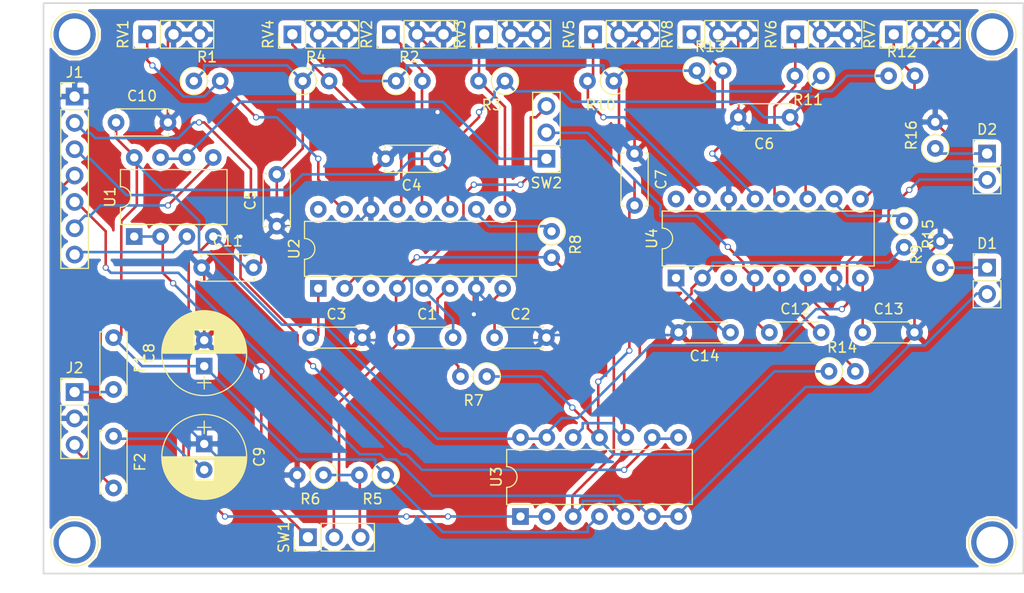
<source format=kicad_pcb>
(kicad_pcb (version 4) (host pcbnew 4.0.6)
  (layers (0 F.Cu signal) (31 B.Cu signal) (34 B.Paste user) (35 F.Paste user) (36 B.SilkS user) (37 F.SilkS user) (38 B.Mask user) (39 F.Mask user) (44 Edge.Cuts user))
  (net 0 "")
  (net 1 "Net-(C1-Pad1)")
  (net 2 "Net-(C1-Pad2)")
  (net 3 "Net-(C2-Pad1)")
  (net 4 GND)
  (net 5 +15V)
  (net 6 -15V)
  (net 7 "Net-(F1-Pad2)")
  (net 8 "Net-(F2-Pad2)")
  (net 9 "Net-(J1-Pad2)")
  (net 10 "Net-(J1-Pad4)")
  (net 11 "Net-(R1-Pad2)")
  (net 12 "Net-(R10-Pad2)")
  (net 13 "Net-(R4-Pad2)")
  (net 14 "Net-(R5-Pad2)")
  (net 15 "Net-(R12-Pad2)")
  (net 16 "Net-(R7-Pad2)")
  (net 17 "Net-(R8-Pad2)")
  (net 18 "Net-(C3-Pad1)")
  (net 19 "Net-(C12-Pad1)")
  (net 20 "Net-(C12-Pad2)")
  (net 21 "Net-(C13-Pad1)")
  (net 22 "Net-(C14-Pad1)")
  (net 23 "Net-(D1-Pad1)")
  (net 24 "Net-(D1-Pad2)")
  (net 25 "Net-(D2-Pad1)")
  (net 26 "Net-(D2-Pad2)")
  (net 27 "Net-(J1-Pad6)")
  (net 28 "Net-(J1-Pad7)")
  (net 29 "Net-(R2-Pad2)")
  (net 30 "Net-(R3-Pad2)")
  (net 31 "Net-(R8-Pad1)")
  (net 32 "Net-(R11-Pad2)")
  (net 33 "Net-(R13-Pad2)")
  (net 34 "Net-(R14-Pad2)")
  (net 35 "Net-(R15-Pad1)")
  (net 36 "Net-(R15-Pad2)")
  (net 37 "Net-(SW1-Pad1)")
  (net 38 "Net-(SW2-Pad1)")
  (net 39 "Net-(U2-Pad3)")
  (net 40 "Net-(U2-Pad16)")
  (net 41 "Net-(U4-Pad3)")
  (net 42 "Net-(U4-Pad16)")
  (module Connectors:1pin (layer F.Cu) (at 262 91.5)
    (fp_text reference "" (at 0 -3.048) (layer F.SilkS))
    (fp_text value 1pin)
    (pad 1 thru_hole circle (at 0 0) (size 4.064 4.064) (drill 3.048) (layers *.Cu *.Mask))
  )
  (module Connectors:1pin (layer F.Cu) (at 173.5 42.5)
    (fp_text reference "" (at 0 -3.048) (layer F.SilkS))
    (fp_text value 1pin)
    (pad 1 thru_hole circle (at 0 0) (size 4.064 4.064) (drill 3.048) (layers *.Cu *.Mask))
  )
  (module Connectors:1pin (layer F.Cu) (at 173.5 91.5)
    (fp_text reference "" (at 0 -3.048) (layer F.SilkS))
    (fp_text value 1pin)
    (pad 1 thru_hole circle (at 0 0) (size 4.064 4.064) (drill 3.048) (layers *.Cu *.Mask))
  )
  (module Connectors:1pin (layer F.Cu) (at 262 42.5)
    (fp_text reference "" (at 0 -3.048) (layer F.SilkS))
    (fp_text value 1pin)
    (pad 1 thru_hole circle (at 0 0) (size 4.064 4.064) (drill 3.048) (layers *.Cu *.Mask))
  )
  (module Capacitors_THT:C_Disc_D4.3mm_W1.9mm_P5.00mm (layer F.Cu) (at 205 71.75)
    (fp_text reference C1 (at 2.5 -2.26) (layer F.SilkS))
    (fp_text value 3.3nF)
    (pad 1 thru_hole circle (at 0 0) (size 1.6 1.6) (drill 0.8) (layers *.Cu *.Mask) (net 1 "Net-(C1-Pad1)"))
    (pad 2 thru_hole circle (at 5 0) (size 1.6 1.6) (drill 0.8) (layers *.Cu *.Mask) (net 2 "Net-(C1-Pad2)"))
  )
  (module Capacitors_THT:C_Disc_D4.3mm_W1.9mm_P5.00mm (layer F.Cu) (at 214 71.75)
    (fp_text reference C2 (at 2.5 -2.26) (layer F.SilkS))
    (fp_text value 10nF)
    (pad 1 thru_hole circle (at 0 0) (size 1.6 1.6) (drill 0.8) (layers *.Cu *.Mask) (net 3 "Net-(C2-Pad1)"))
    (pad 2 thru_hole circle (at 5 0) (size 1.6 1.6) (drill 0.8) (layers *.Cu *.Mask) (net 4 GND))
  )
  (module Capacitors_THT:C_Disc_D4.3mm_W1.9mm_P5.00mm (layer F.Cu) (at 196.25 71.75)
    (fp_text reference C3 (at 2.5 -2.26) (layer F.SilkS))
    (fp_text value 68nF)
    (pad 1 thru_hole circle (at 0 0) (size 1.6 1.6) (drill 0.8) (layers *.Cu *.Mask) (net 18 "Net-(C3-Pad1)"))
    (pad 2 thru_hole circle (at 5 0) (size 1.6 1.6) (drill 0.8) (layers *.Cu *.Mask) (net 4 GND))
  )
  (module Capacitors_THT:C_Disc_D5.0mm_W2.5mm_P5.00mm (layer F.Cu) (at 208.5 54.5 180)
    (fp_text reference C4 (at 2.5 -2.56 180) (layer F.SilkS))
    (fp_text value 100nF)
    (pad 1 thru_hole circle (at 0 0 180) (size 1.6 1.6) (drill 0.8) (layers *.Cu *.Mask) (net 5 +15V))
    (pad 2 thru_hole circle (at 5 0 180) (size 1.6 1.6) (drill 0.8) (layers *.Cu *.Mask) (net 4 GND))
  )
  (module Capacitors_THT:C_Disc_D5.0mm_W2.5mm_P5.00mm (layer F.Cu) (at 193 61 90)
    (fp_text reference C5 (at 2.5 -2.56 90) (layer F.SilkS))
    (fp_text value 100nF)
    (pad 1 thru_hole circle (at 0 0 90) (size 1.6 1.6) (drill 0.8) (layers *.Cu *.Mask) (net 4 GND))
    (pad 2 thru_hole circle (at 5 0 90) (size 1.6 1.6) (drill 0.8) (layers *.Cu *.Mask) (net 6 -15V))
  )
  (module Capacitors_THT:C_Disc_D5.0mm_W2.5mm_P5.00mm (layer F.Cu) (at 242.5 50.5 180)
    (fp_text reference C6 (at 2.5 -2.56 180) (layer F.SilkS))
    (fp_text value 100nF)
    (pad 1 thru_hole circle (at 0 0 180) (size 1.6 1.6) (drill 0.8) (layers *.Cu *.Mask) (net 5 +15V))
    (pad 2 thru_hole circle (at 5 0 180) (size 1.6 1.6) (drill 0.8) (layers *.Cu *.Mask) (net 4 GND))
  )
  (module Capacitors_THT:C_Disc_D5.0mm_W2.5mm_P5.00mm (layer F.Cu) (at 227.5 54 270)
    (fp_text reference C7 (at 2.5 -2.56 270) (layer F.SilkS))
    (fp_text value 100nF)
    (pad 1 thru_hole circle (at 0 0 270) (size 1.6 1.6) (drill 0.8) (layers *.Cu *.Mask) (net 4 GND))
    (pad 2 thru_hole circle (at 5 0 270) (size 1.6 1.6) (drill 0.8) (layers *.Cu *.Mask) (net 6 -15V))
  )
  (module Capacitors_THT:C_Disc_D5.0mm_W2.5mm_P5.00mm (layer F.Cu) (at 177.5 51)
    (fp_text reference C10 (at 2.5 -2.56) (layer F.SilkS))
    (fp_text value 100nF)
    (pad 1 thru_hole circle (at 0 0) (size 1.6 1.6) (drill 0.8) (layers *.Cu *.Mask) (net 5 +15V))
    (pad 2 thru_hole circle (at 5 0) (size 1.6 1.6) (drill 0.8) (layers *.Cu *.Mask) (net 4 GND))
  )
  (module Capacitors_THT:C_Disc_D5.0mm_W2.5mm_P5.00mm (layer F.Cu) (at 185.75 65)
    (fp_text reference C11 (at 2.5 -2.56) (layer F.SilkS))
    (fp_text value 100nF)
    (pad 1 thru_hole circle (at 0 0) (size 1.6 1.6) (drill 0.8) (layers *.Cu *.Mask) (net 4 GND))
    (pad 2 thru_hole circle (at 5 0) (size 1.6 1.6) (drill 0.8) (layers *.Cu *.Mask) (net 6 -15V))
  )
  (module Capacitors_THT:C_Disc_D4.3mm_W1.9mm_P5.00mm (layer F.Cu) (at 240.5 71.25)
    (fp_text reference C12 (at 2.5 -2.26) (layer F.SilkS))
    (fp_text value 3.3nF)
    (pad 1 thru_hole circle (at 0 0) (size 1.6 1.6) (drill 0.8) (layers *.Cu *.Mask) (net 19 "Net-(C12-Pad1)"))
    (pad 2 thru_hole circle (at 5 0) (size 1.6 1.6) (drill 0.8) (layers *.Cu *.Mask) (net 20 "Net-(C12-Pad2)"))
  )
  (module Capacitors_THT:C_Disc_D4.3mm_W1.9mm_P5.00mm (layer F.Cu) (at 249.5 71.25)
    (fp_text reference C13 (at 2.5 -2.26) (layer F.SilkS))
    (fp_text value 10nF)
    (pad 1 thru_hole circle (at 0 0) (size 1.6 1.6) (drill 0.8) (layers *.Cu *.Mask) (net 21 "Net-(C13-Pad1)"))
    (pad 2 thru_hole circle (at 5 0) (size 1.6 1.6) (drill 0.8) (layers *.Cu *.Mask) (net 4 GND))
  )
  (module Capacitors_THT:C_Disc_D4.3mm_W1.9mm_P5.00mm (layer F.Cu) (at 236.75 71.25 180)
    (fp_text reference C14 (at 2.5 -2.26 180) (layer F.SilkS))
    (fp_text value 68nF)
    (pad 1 thru_hole circle (at 0 0 180) (size 1.6 1.6) (drill 0.8) (layers *.Cu *.Mask) (net 22 "Net-(C14-Pad1)"))
    (pad 2 thru_hole circle (at 5 0 180) (size 1.6 1.6) (drill 0.8) (layers *.Cu *.Mask) (net 4 GND))
  )
  (module Pin_Headers:Pin_Header_Straight_1x02_Pitch2.54mm (layer F.Cu) (at 261.5 65)
    (fp_text reference D1 (at 0 -2.33) (layer F.SilkS))
    (fp_text value LED)
    (pad 1 thru_hole rect (at 0 0) (size 1.7 1.7) (drill 1) (layers *.Cu *.Mask) (net 23 "Net-(D1-Pad1)"))
    (pad 2 thru_hole oval (at 0 2.54) (size 1.7 1.7) (drill 1) (layers *.Cu *.Mask) (net 24 "Net-(D1-Pad2)"))
  )
  (module Pin_Headers:Pin_Header_Straight_1x02_Pitch2.54mm (layer F.Cu) (at 261.5 54)
    (fp_text reference D2 (at 0 -2.33) (layer F.SilkS))
    (fp_text value LED)
    (pad 1 thru_hole rect (at 0 0) (size 1.7 1.7) (drill 1) (layers *.Cu *.Mask) (net 25 "Net-(D2-Pad1)"))
    (pad 2 thru_hole oval (at 0 2.54) (size 1.7 1.7) (drill 1) (layers *.Cu *.Mask) (net 26 "Net-(D2-Pad2)"))
  )
  (module Capacitors_THT:C_Disc_D6.0mm_W2.5mm_P5.00mm (layer F.Cu) (at 177.25 71.75 270)
    (fp_text reference F1 (at 2.5 -2.56 270) (layer F.SilkS))
    (fp_text value 100mA)
    (pad 1 thru_hole circle (at 0 0 270) (size 1.6 1.6) (drill 0.8) (layers *.Cu *.Mask) (net 5 +15V))
    (pad 2 thru_hole circle (at 5 0 270) (size 1.6 1.6) (drill 0.8) (layers *.Cu *.Mask) (net 7 "Net-(F1-Pad2)"))
  )
  (module Capacitors_THT:C_Disc_D6.0mm_W2.5mm_P5.00mm (layer F.Cu) (at 177.25 81.25 270)
    (fp_text reference F2 (at 2.5 -2.56 270) (layer F.SilkS))
    (fp_text value 100mA)
    (pad 1 thru_hole circle (at 0 0 270) (size 1.6 1.6) (drill 0.8) (layers *.Cu *.Mask) (net 6 -15V))
    (pad 2 thru_hole circle (at 5 0 270) (size 1.6 1.6) (drill 0.8) (layers *.Cu *.Mask) (net 8 "Net-(F2-Pad2)"))
  )
  (module Pin_Headers:Pin_Header_Straight_1x07_Pitch2.54mm (layer F.Cu) (at 173.5 48.5)
    (fp_text reference J1 (at 0 -2.33) (layer F.SilkS))
    (fp_text value CONN_01X07)
    (pad 1 thru_hole rect (at 0 0) (size 1.7 1.7) (drill 1) (layers *.Cu *.Mask) (net 4 GND))
    (pad 2 thru_hole oval (at 0 2.54) (size 1.7 1.7) (drill 1) (layers *.Cu *.Mask) (net 9 "Net-(J1-Pad2)"))
    (pad 3 thru_hole oval (at 0 5.08) (size 1.7 1.7) (drill 1) (layers *.Cu *.Mask) (net 26 "Net-(D2-Pad2)"))
    (pad 4 thru_hole oval (at 0 7.62) (size 1.7 1.7) (drill 1) (layers *.Cu *.Mask) (net 10 "Net-(J1-Pad4)"))
    (pad 5 thru_hole oval (at 0 10.16) (size 1.7 1.7) (drill 1) (layers *.Cu *.Mask) (net 24 "Net-(D1-Pad2)"))
    (pad 6 thru_hole oval (at 0 12.7) (size 1.7 1.7) (drill 1) (layers *.Cu *.Mask) (net 27 "Net-(J1-Pad6)"))
    (pad 7 thru_hole oval (at 0 15.24) (size 1.7 1.7) (drill 1) (layers *.Cu *.Mask) (net 28 "Net-(J1-Pad7)"))
  )
  (module Pin_Headers:Pin_Header_Straight_1x03_Pitch2.54mm (layer F.Cu) (at 173.5 77)
    (fp_text reference J2 (at 0 -2.33) (layer F.SilkS))
    (fp_text value CONN_01X03_MALE)
    (pad 1 thru_hole rect (at 0 0) (size 1.7 1.7) (drill 1) (layers *.Cu *.Mask) (net 7 "Net-(F1-Pad2)"))
    (pad 2 thru_hole oval (at 0 2.54) (size 1.7 1.7) (drill 1) (layers *.Cu *.Mask) (net 4 GND))
    (pad 3 thru_hole oval (at 0 5.08) (size 1.7 1.7) (drill 1) (layers *.Cu *.Mask) (net 8 "Net-(F2-Pad2)"))
  )
  (module Resistors_THT:R_Axial_DIN0207_L6.3mm_D2.5mm_P2.54mm_Vertical (layer F.Cu) (at 185 47)
    (fp_text reference R1 (at 1.27 -2.31) (layer F.SilkS))
    (fp_text value 680k)
    (pad 1 thru_hole circle (at 0 0) (size 1.6 1.6) (drill 0.8) (layers *.Cu *.Mask) (net 6 -15V))
    (pad 2 thru_hole oval (at 2.54 0) (size 1.6 1.6) (drill 0.8) (layers *.Cu *.Mask) (net 11 "Net-(R1-Pad2)"))
  )
  (module Resistors_THT:R_Axial_DIN0207_L6.3mm_D2.5mm_P2.54mm_Vertical (layer F.Cu) (at 204.5 47)
    (fp_text reference R2 (at 1.27 -2.31) (layer F.SilkS))
    (fp_text value 680k)
    (pad 1 thru_hole circle (at 0 0) (size 1.6 1.6) (drill 0.8) (layers *.Cu *.Mask) (net 6 -15V))
    (pad 2 thru_hole oval (at 2.54 0) (size 1.6 1.6) (drill 0.8) (layers *.Cu *.Mask) (net 29 "Net-(R2-Pad2)"))
  )
  (module Resistors_THT:R_Axial_DIN0207_L6.3mm_D2.5mm_P2.54mm_Vertical (layer F.Cu) (at 215 47 180)
    (fp_text reference R3 (at 1.27 -2.31 180) (layer F.SilkS))
    (fp_text value 220k)
    (pad 1 thru_hole circle (at 0 0 180) (size 1.6 1.6) (drill 0.8) (layers *.Cu *.Mask) (net 5 +15V))
    (pad 2 thru_hole oval (at 2.54 0 180) (size 1.6 1.6) (drill 0.8) (layers *.Cu *.Mask) (net 30 "Net-(R3-Pad2)"))
  )
  (module Resistors_THT:R_Axial_DIN0207_L6.3mm_D2.5mm_P2.54mm_Vertical (layer F.Cu) (at 195.5 47)
    (fp_text reference R4 (at 1.27 -2.31) (layer F.SilkS))
    (fp_text value 680k)
    (pad 1 thru_hole circle (at 0 0) (size 1.6 1.6) (drill 0.8) (layers *.Cu *.Mask) (net 6 -15V))
    (pad 2 thru_hole oval (at 2.54 0) (size 1.6 1.6) (drill 0.8) (layers *.Cu *.Mask) (net 13 "Net-(R4-Pad2)"))
  )
  (module Resistors_THT:R_Axial_DIN0207_L6.3mm_D2.5mm_P2.54mm_Vertical (layer F.Cu) (at 203.5 85 180)
    (fp_text reference R5 (at 1.27 -2.31 180) (layer F.SilkS))
    (fp_text value 20K)
    (pad 1 thru_hole circle (at 0 0 180) (size 1.6 1.6) (drill 0.8) (layers *.Cu *.Mask) (net 5 +15V))
    (pad 2 thru_hole oval (at 2.54 0 180) (size 1.6 1.6) (drill 0.8) (layers *.Cu *.Mask) (net 14 "Net-(R5-Pad2)"))
  )
  (module Resistors_THT:R_Axial_DIN0207_L6.3mm_D2.5mm_P2.54mm_Vertical (layer F.Cu) (at 197.5 85 180)
    (fp_text reference R6 (at 1.27 -2.31 180) (layer F.SilkS))
    (fp_text value 10K)
    (pad 1 thru_hole circle (at 0 0 180) (size 1.6 1.6) (drill 0.8) (layers *.Cu *.Mask) (net 14 "Net-(R5-Pad2)"))
    (pad 2 thru_hole oval (at 2.54 0 180) (size 1.6 1.6) (drill 0.8) (layers *.Cu *.Mask) (net 4 GND))
  )
  (module Resistors_THT:R_Axial_DIN0207_L6.3mm_D2.5mm_P2.54mm_Vertical (layer F.Cu) (at 213.25 75.5 180)
    (fp_text reference R7 (at 1.27 -2.31 180) (layer F.SilkS))
    (fp_text value 728)
    (pad 1 thru_hole circle (at 0 0 180) (size 1.6 1.6) (drill 0.8) (layers *.Cu *.Mask) (net 6 -15V))
    (pad 2 thru_hole oval (at 2.54 0 180) (size 1.6 1.6) (drill 0.8) (layers *.Cu *.Mask) (net 16 "Net-(R7-Pad2)"))
  )
  (module Resistors_THT:R_Axial_DIN0207_L6.3mm_D2.5mm_P2.54mm_Vertical (layer F.Cu) (at 219.5 61.5 270)
    (fp_text reference R8 (at 1.27 -2.31 270) (layer F.SilkS))
    (fp_text value 33K)
    (pad 1 thru_hole circle (at 0 0 270) (size 1.6 1.6) (drill 0.8) (layers *.Cu *.Mask) (net 31 "Net-(R8-Pad1)"))
    (pad 2 thru_hole oval (at 2.54 0 270) (size 1.6 1.6) (drill 0.8) (layers *.Cu *.Mask) (net 17 "Net-(R8-Pad2)"))
  )
  (module Resistors_THT:R_Axial_DIN0207_L6.3mm_D2.5mm_P2.54mm_Vertical (layer F.Cu) (at 257 65 90)
    (fp_text reference R9 (at 1.27 -2.31 90) (layer F.SilkS))
    (fp_text value 33K)
    (pad 1 thru_hole circle (at 0 0 90) (size 1.6 1.6) (drill 0.8) (layers *.Cu *.Mask) (net 23 "Net-(D1-Pad1)"))
    (pad 2 thru_hole oval (at 2.54 0 90) (size 1.6 1.6) (drill 0.8) (layers *.Cu *.Mask) (net 4 GND))
  )
  (module Resistors_THT:R_Axial_DIN0207_L6.3mm_D2.5mm_P2.54mm_Vertical (layer F.Cu) (at 225.5 47 180)
    (fp_text reference R10 (at 1.27 -2.31 180) (layer F.SilkS))
    (fp_text value 680k)
    (pad 1 thru_hole circle (at 0 0 180) (size 1.6 1.6) (drill 0.8) (layers *.Cu *.Mask) (net 6 -15V))
    (pad 2 thru_hole oval (at 2.54 0 180) (size 1.6 1.6) (drill 0.8) (layers *.Cu *.Mask) (net 12 "Net-(R10-Pad2)"))
  )
  (module Resistors_THT:R_Axial_DIN0207_L6.3mm_D2.5mm_P2.54mm_Vertical (layer F.Cu) (at 245.5 46.5 180)
    (fp_text reference R11 (at 1.27 -2.31 180) (layer F.SilkS))
    (fp_text value 680k)
    (pad 1 thru_hole circle (at 0 0 180) (size 1.6 1.6) (drill 0.8) (layers *.Cu *.Mask) (net 6 -15V))
    (pad 2 thru_hole oval (at 2.54 0 180) (size 1.6 1.6) (drill 0.8) (layers *.Cu *.Mask) (net 32 "Net-(R11-Pad2)"))
  )
  (module Resistors_THT:R_Axial_DIN0207_L6.3mm_D2.5mm_P2.54mm_Vertical (layer F.Cu) (at 252 46.5)
    (fp_text reference R12 (at 1.27 -2.31) (layer F.SilkS))
    (fp_text value 220k)
    (pad 1 thru_hole circle (at 0 0) (size 1.6 1.6) (drill 0.8) (layers *.Cu *.Mask) (net 5 +15V))
    (pad 2 thru_hole oval (at 2.54 0) (size 1.6 1.6) (drill 0.8) (layers *.Cu *.Mask) (net 15 "Net-(R12-Pad2)"))
  )
  (module Resistors_THT:R_Axial_DIN0207_L6.3mm_D2.5mm_P2.54mm_Vertical (layer F.Cu) (at 233.5 46)
    (fp_text reference R13 (at 1.27 -2.31) (layer F.SilkS))
    (fp_text value 680k)
    (pad 1 thru_hole circle (at 0 0) (size 1.6 1.6) (drill 0.8) (layers *.Cu *.Mask) (net 6 -15V))
    (pad 2 thru_hole oval (at 2.54 0) (size 1.6 1.6) (drill 0.8) (layers *.Cu *.Mask) (net 33 "Net-(R13-Pad2)"))
  )
  (module Resistors_THT:R_Axial_DIN0207_L6.3mm_D2.5mm_P2.54mm_Vertical (layer F.Cu) (at 246.25 75)
    (fp_text reference R14 (at 1.27 -2.31) (layer F.SilkS))
    (fp_text value 728)
    (pad 1 thru_hole circle (at 0 0) (size 1.6 1.6) (drill 0.8) (layers *.Cu *.Mask) (net 6 -15V))
    (pad 2 thru_hole oval (at 2.54 0) (size 1.6 1.6) (drill 0.8) (layers *.Cu *.Mask) (net 34 "Net-(R14-Pad2)"))
  )
  (module Resistors_THT:R_Axial_DIN0207_L6.3mm_D2.5mm_P2.54mm_Vertical (layer F.Cu) (at 253.5 60.5 270)
    (fp_text reference R15 (at 1.27 -2.31 270) (layer F.SilkS))
    (fp_text value 33K)
    (pad 1 thru_hole circle (at 0 0 270) (size 1.6 1.6) (drill 0.8) (layers *.Cu *.Mask) (net 35 "Net-(R15-Pad1)"))
    (pad 2 thru_hole oval (at 2.54 0 270) (size 1.6 1.6) (drill 0.8) (layers *.Cu *.Mask) (net 36 "Net-(R15-Pad2)"))
  )
  (module Resistors_THT:R_Axial_DIN0207_L6.3mm_D2.5mm_P2.54mm_Vertical (layer F.Cu) (at 256.5 53.5 90)
    (fp_text reference R16 (at 1.27 -2.31 90) (layer F.SilkS))
    (fp_text value 33K)
    (pad 1 thru_hole circle (at 0 0 90) (size 1.6 1.6) (drill 0.8) (layers *.Cu *.Mask) (net 25 "Net-(D2-Pad1)"))
    (pad 2 thru_hole oval (at 2.54 0 90) (size 1.6 1.6) (drill 0.8) (layers *.Cu *.Mask) (net 4 GND))
  )
  (module Pin_Headers:Pin_Header_Straight_1x03_Pitch2.54mm (layer F.Cu) (at 180.5 42.5 90)
    (fp_text reference RV1 (at 0 -2.33 90) (layer F.SilkS))
    (fp_text value 10K)
    (pad 1 thru_hole rect (at 0 0 90) (size 1.7 1.7) (drill 1) (layers *.Cu *.Mask) (net 11 "Net-(R1-Pad2)"))
    (pad 2 thru_hole oval (at 0 2.54 90) (size 1.7 1.7) (drill 1) (layers *.Cu *.Mask) (net 4 GND))
    (pad 3 thru_hole oval (at 0 5.08 90) (size 1.7 1.7) (drill 1) (layers *.Cu *.Mask) (net 4 GND))
  )
  (module Pin_Headers:Pin_Header_Straight_1x03_Pitch2.54mm (layer F.Cu) (at 204 42.5 90)
    (fp_text reference RV2 (at 0 -2.33 90) (layer F.SilkS))
    (fp_text value 10K)
    (pad 1 thru_hole rect (at 0 0 90) (size 1.7 1.7) (drill 1) (layers *.Cu *.Mask) (net 29 "Net-(R2-Pad2)"))
    (pad 2 thru_hole oval (at 0 2.54 90) (size 1.7 1.7) (drill 1) (layers *.Cu *.Mask) (net 4 GND))
    (pad 3 thru_hole oval (at 0 5.08 90) (size 1.7 1.7) (drill 1) (layers *.Cu *.Mask) (net 4 GND))
  )
  (module Pin_Headers:Pin_Header_Straight_1x03_Pitch2.54mm (layer F.Cu) (at 213 42.5 90)
    (fp_text reference RV3 (at 0 -2.33 90) (layer F.SilkS))
    (fp_text value 100K)
    (pad 1 thru_hole rect (at 0 0 90) (size 1.7 1.7) (drill 1) (layers *.Cu *.Mask) (net 30 "Net-(R3-Pad2)"))
    (pad 2 thru_hole oval (at 0 2.54 90) (size 1.7 1.7) (drill 1) (layers *.Cu *.Mask) (net 4 GND))
    (pad 3 thru_hole oval (at 0 5.08 90) (size 1.7 1.7) (drill 1) (layers *.Cu *.Mask) (net 4 GND))
  )
  (module Pin_Headers:Pin_Header_Straight_1x03_Pitch2.54mm (layer F.Cu) (at 194.5 42.5 90)
    (fp_text reference RV4 (at 0 -2.33 90) (layer F.SilkS))
    (fp_text value 10K)
    (pad 1 thru_hole rect (at 0 0 90) (size 1.7 1.7) (drill 1) (layers *.Cu *.Mask) (net 13 "Net-(R4-Pad2)"))
    (pad 2 thru_hole oval (at 0 2.54 90) (size 1.7 1.7) (drill 1) (layers *.Cu *.Mask) (net 4 GND))
    (pad 3 thru_hole oval (at 0 5.08 90) (size 1.7 1.7) (drill 1) (layers *.Cu *.Mask) (net 4 GND))
  )
  (module Pin_Headers:Pin_Header_Straight_1x03_Pitch2.54mm (layer F.Cu) (at 223.5 42.5 90)
    (fp_text reference RV5 (at 0 -2.33 90) (layer F.SilkS))
    (fp_text value 10K)
    (pad 1 thru_hole rect (at 0 0 90) (size 1.7 1.7) (drill 1) (layers *.Cu *.Mask) (net 12 "Net-(R10-Pad2)"))
    (pad 2 thru_hole oval (at 0 2.54 90) (size 1.7 1.7) (drill 1) (layers *.Cu *.Mask) (net 4 GND))
    (pad 3 thru_hole oval (at 0 5.08 90) (size 1.7 1.7) (drill 1) (layers *.Cu *.Mask) (net 4 GND))
  )
  (module Pin_Headers:Pin_Header_Straight_1x03_Pitch2.54mm (layer F.Cu) (at 243 42.5 90)
    (fp_text reference RV6 (at 0 -2.33 90) (layer F.SilkS))
    (fp_text value 10K)
    (pad 1 thru_hole rect (at 0 0 90) (size 1.7 1.7) (drill 1) (layers *.Cu *.Mask) (net 32 "Net-(R11-Pad2)"))
    (pad 2 thru_hole oval (at 0 2.54 90) (size 1.7 1.7) (drill 1) (layers *.Cu *.Mask) (net 4 GND))
    (pad 3 thru_hole oval (at 0 5.08 90) (size 1.7 1.7) (drill 1) (layers *.Cu *.Mask) (net 4 GND))
  )
  (module Pin_Headers:Pin_Header_Straight_1x03_Pitch2.54mm (layer F.Cu) (at 252.5 42.5 90)
    (fp_text reference RV7 (at 0 -2.33 90) (layer F.SilkS))
    (fp_text value 100K)
    (pad 1 thru_hole rect (at 0 0 90) (size 1.7 1.7) (drill 1) (layers *.Cu *.Mask) (net 15 "Net-(R12-Pad2)"))
    (pad 2 thru_hole oval (at 0 2.54 90) (size 1.7 1.7) (drill 1) (layers *.Cu *.Mask) (net 4 GND))
    (pad 3 thru_hole oval (at 0 5.08 90) (size 1.7 1.7) (drill 1) (layers *.Cu *.Mask) (net 4 GND))
  )
  (module Pin_Headers:Pin_Header_Straight_1x03_Pitch2.54mm (layer F.Cu) (at 233 42.5 90)
    (fp_text reference RV8 (at 0 -2.33 90) (layer F.SilkS))
    (fp_text value 10K)
    (pad 1 thru_hole rect (at 0 0 90) (size 1.7 1.7) (drill 1) (layers *.Cu *.Mask) (net 33 "Net-(R13-Pad2)"))
    (pad 2 thru_hole oval (at 0 2.54 90) (size 1.7 1.7) (drill 1) (layers *.Cu *.Mask) (net 4 GND))
    (pad 3 thru_hole oval (at 0 5.08 90) (size 1.7 1.7) (drill 1) (layers *.Cu *.Mask) (net 4 GND))
  )
  (module Pin_Headers:Pin_Header_Straight_1x03_Pitch2.54mm (layer F.Cu) (at 196 91 90)
    (fp_text reference SW1 (at 0 -2.33 90) (layer F.SilkS))
    (fp_text value SW_TEST_GATE)
    (pad 1 thru_hole rect (at 0 0 90) (size 1.7 1.7) (drill 1) (layers *.Cu *.Mask) (net 37 "Net-(SW1-Pad1)"))
    (pad 2 thru_hole oval (at 0 2.54 90) (size 1.7 1.7) (drill 1) (layers *.Cu *.Mask) (net 1 "Net-(C1-Pad1)"))
    (pad 3 thru_hole oval (at 0 5.08 90) (size 1.7 1.7) (drill 1) (layers *.Cu *.Mask) (net 14 "Net-(R5-Pad2)"))
  )
  (module Pin_Headers:Pin_Header_Straight_1x03_Pitch2.54mm (layer F.Cu) (at 219 54.5 180)
    (fp_text reference SW2 (at 0 -2.33 180) (layer F.SilkS))
    (fp_text value SW_LINK_GATE)
    (pad 1 thru_hole rect (at 0 0 180) (size 1.7 1.7) (drill 1) (layers *.Cu *.Mask) (net 38 "Net-(SW2-Pad1)"))
    (pad 2 thru_hole oval (at 0 2.54 180) (size 1.7 1.7) (drill 1) (layers *.Cu *.Mask) (net 19 "Net-(C12-Pad1)"))
    (pad 3 thru_hole oval (at 0 5.08 180) (size 1.7 1.7) (drill 1) (layers *.Cu *.Mask) (net 1 "Net-(C1-Pad1)"))
  )
  (module Housings_DIP:DIP-8_W7.62mm (layer F.Cu) (at 179.25 62 90)
    (fp_text reference U1 (at 3.81 -2.33 90) (layer F.SilkS))
    (fp_text value TL082)
    (pad 1 thru_hole rect (at 0 0 90) (size 1.6 1.6) (drill 0.8) (layers *.Cu *.Mask) (net 37 "Net-(SW1-Pad1)"))
    (pad 5 thru_hole oval (at 7.62 7.62 90) (size 1.6 1.6) (drill 0.8) (layers *.Cu *.Mask) (net 27 "Net-(J1-Pad6)"))
    (pad 2 thru_hole oval (at 0 2.54 90) (size 1.6 1.6) (drill 0.8) (layers *.Cu *.Mask) (net 37 "Net-(SW1-Pad1)"))
    (pad 6 thru_hole oval (at 7.62 5.08 90) (size 1.6 1.6) (drill 0.8) (layers *.Cu *.Mask) (net 38 "Net-(SW2-Pad1)"))
    (pad 3 thru_hole oval (at 0 5.08 90) (size 1.6 1.6) (drill 0.8) (layers *.Cu *.Mask) (net 28 "Net-(J1-Pad7)"))
    (pad 7 thru_hole oval (at 7.62 2.54 90) (size 1.6 1.6) (drill 0.8) (layers *.Cu *.Mask) (net 38 "Net-(SW2-Pad1)"))
    (pad 4 thru_hole oval (at 0 7.62 90) (size 1.6 1.6) (drill 0.8) (layers *.Cu *.Mask) (net 6 -15V))
    (pad 8 thru_hole oval (at 7.62 0 90) (size 1.6 1.6) (drill 0.8) (layers *.Cu *.Mask) (net 5 +15V))
  )
  (module Housings_DIP:DIP-16_W7.62mm (layer F.Cu) (at 197 67 90)
    (fp_text reference U2 (at 3.81 -2.33 90) (layer F.SilkS))
    (fp_text value AS3310)
    (pad 1 thru_hole rect (at 0 0 90) (size 1.6 1.6) (drill 0.8) (layers *.Cu *.Mask) (net 18 "Net-(C3-Pad1)"))
    (pad 9 thru_hole oval (at 7.62 17.78 90) (size 1.6 1.6) (drill 0.8) (layers *.Cu *.Mask) (net 30 "Net-(R3-Pad2)"))
    (pad 2 thru_hole oval (at 0 2.54 90) (size 1.6 1.6) (drill 0.8) (layers *.Cu *.Mask) (net 17 "Net-(R8-Pad2)"))
    (pad 10 thru_hole oval (at 7.62 15.24 90) (size 1.6 1.6) (drill 0.8) (layers *.Cu *.Mask) (net 31 "Net-(R8-Pad1)"))
    (pad 3 thru_hole oval (at 0 5.08 90) (size 1.6 1.6) (drill 0.8) (layers *.Cu *.Mask) (net 39 "Net-(U2-Pad3)"))
    (pad 11 thru_hole oval (at 7.62 12.7 90) (size 1.6 1.6) (drill 0.8) (layers *.Cu *.Mask) (net 5 +15V))
    (pad 4 thru_hole oval (at 0 7.62 90) (size 1.6 1.6) (drill 0.8) (layers *.Cu *.Mask) (net 1 "Net-(C1-Pad1)"))
    (pad 12 thru_hole oval (at 7.62 10.16 90) (size 1.6 1.6) (drill 0.8) (layers *.Cu *.Mask) (net 29 "Net-(R2-Pad2)"))
    (pad 5 thru_hole oval (at 0 10.16 90) (size 1.6 1.6) (drill 0.8) (layers *.Cu *.Mask) (net 2 "Net-(C1-Pad2)"))
    (pad 13 thru_hole oval (at 7.62 7.62 90) (size 1.6 1.6) (drill 0.8) (layers *.Cu *.Mask) (net 13 "Net-(R4-Pad2)"))
    (pad 6 thru_hole oval (at 0 12.7 90) (size 1.6 1.6) (drill 0.8) (layers *.Cu *.Mask) (net 16 "Net-(R7-Pad2)"))
    (pad 14 thru_hole oval (at 7.62 5.08 90) (size 1.6 1.6) (drill 0.8) (layers *.Cu *.Mask) (net 4 GND))
    (pad 7 thru_hole oval (at 0 15.24 90) (size 1.6 1.6) (drill 0.8) (layers *.Cu *.Mask) (net 4 GND))
    (pad 15 thru_hole oval (at 7.62 2.54 90) (size 1.6 1.6) (drill 0.8) (layers *.Cu *.Mask) (net 11 "Net-(R1-Pad2)"))
    (pad 8 thru_hole oval (at 0 17.78 90) (size 1.6 1.6) (drill 0.8) (layers *.Cu *.Mask) (net 3 "Net-(C2-Pad1)"))
    (pad 16 thru_hole oval (at 7.62 0 90) (size 1.6 1.6) (drill 0.8) (layers *.Cu *.Mask) (net 40 "Net-(U2-Pad16)"))
  )
  (module Housings_DIP:DIP-14_W7.62mm (layer F.Cu) (at 216.5 89 90)
    (fp_text reference U3 (at 3.81 -2.33 90) (layer F.SilkS))
    (fp_text value TL084)
    (pad 1 thru_hole rect (at 0 0 90) (size 1.6 1.6) (drill 0.8) (layers *.Cu *.Mask) (net 10 "Net-(J1-Pad4)"))
    (pad 8 thru_hole oval (at 7.62 15.24 90) (size 1.6 1.6) (drill 0.8) (layers *.Cu *.Mask) (net 9 "Net-(J1-Pad2)"))
    (pad 2 thru_hole oval (at 0 2.54 90) (size 1.6 1.6) (drill 0.8) (layers *.Cu *.Mask) (net 10 "Net-(J1-Pad4)"))
    (pad 9 thru_hole oval (at 7.62 12.7 90) (size 1.6 1.6) (drill 0.8) (layers *.Cu *.Mask) (net 9 "Net-(J1-Pad2)"))
    (pad 3 thru_hole oval (at 0 5.08 90) (size 1.6 1.6) (drill 0.8) (layers *.Cu *.Mask) (net 17 "Net-(R8-Pad2)"))
    (pad 10 thru_hole oval (at 7.62 10.16 90) (size 1.6 1.6) (drill 0.8) (layers *.Cu *.Mask) (net 36 "Net-(R15-Pad2)"))
    (pad 4 thru_hole oval (at 0 7.62 90) (size 1.6 1.6) (drill 0.8) (layers *.Cu *.Mask) (net 5 +15V))
    (pad 11 thru_hole oval (at 7.62 7.62 90) (size 1.6 1.6) (drill 0.8) (layers *.Cu *.Mask) (net 6 -15V))
    (pad 5 thru_hole oval (at 0 10.16 90) (size 1.6 1.6) (drill 0.8) (layers *.Cu *.Mask) (net 17 "Net-(R8-Pad2)"))
    (pad 12 thru_hole oval (at 7.62 5.08 90) (size 1.6 1.6) (drill 0.8) (layers *.Cu *.Mask) (net 36 "Net-(R15-Pad2)"))
    (pad 6 thru_hole oval (at 0 12.7 90) (size 1.6 1.6) (drill 0.8) (layers *.Cu *.Mask) (net 24 "Net-(D1-Pad2)"))
    (pad 13 thru_hole oval (at 7.62 2.54 90) (size 1.6 1.6) (drill 0.8) (layers *.Cu *.Mask) (net 26 "Net-(D2-Pad2)"))
    (pad 7 thru_hole oval (at 0 15.24 90) (size 1.6 1.6) (drill 0.8) (layers *.Cu *.Mask) (net 24 "Net-(D1-Pad2)"))
    (pad 14 thru_hole oval (at 7.62 0 90) (size 1.6 1.6) (drill 0.8) (layers *.Cu *.Mask) (net 26 "Net-(D2-Pad2)"))
  )
  (module Housings_DIP:DIP-16_W7.62mm (layer F.Cu) (at 231.5 66 90)
    (fp_text reference U4 (at 3.81 -2.33 90) (layer F.SilkS))
    (fp_text value AS3310)
    (pad 1 thru_hole rect (at 0 0 90) (size 1.6 1.6) (drill 0.8) (layers *.Cu *.Mask) (net 22 "Net-(C14-Pad1)"))
    (pad 9 thru_hole oval (at 7.62 17.78 90) (size 1.6 1.6) (drill 0.8) (layers *.Cu *.Mask) (net 15 "Net-(R12-Pad2)"))
    (pad 2 thru_hole oval (at 0 2.54 90) (size 1.6 1.6) (drill 0.8) (layers *.Cu *.Mask) (net 36 "Net-(R15-Pad2)"))
    (pad 10 thru_hole oval (at 7.62 15.24 90) (size 1.6 1.6) (drill 0.8) (layers *.Cu *.Mask) (net 35 "Net-(R15-Pad1)"))
    (pad 3 thru_hole oval (at 0 5.08 90) (size 1.6 1.6) (drill 0.8) (layers *.Cu *.Mask) (net 41 "Net-(U4-Pad3)"))
    (pad 11 thru_hole oval (at 7.62 12.7 90) (size 1.6 1.6) (drill 0.8) (layers *.Cu *.Mask) (net 5 +15V))
    (pad 4 thru_hole oval (at 0 7.62 90) (size 1.6 1.6) (drill 0.8) (layers *.Cu *.Mask) (net 19 "Net-(C12-Pad1)"))
    (pad 12 thru_hole oval (at 7.62 10.16 90) (size 1.6 1.6) (drill 0.8) (layers *.Cu *.Mask) (net 32 "Net-(R11-Pad2)"))
    (pad 5 thru_hole oval (at 0 10.16 90) (size 1.6 1.6) (drill 0.8) (layers *.Cu *.Mask) (net 20 "Net-(C12-Pad2)"))
    (pad 13 thru_hole oval (at 7.62 7.62 90) (size 1.6 1.6) (drill 0.8) (layers *.Cu *.Mask) (net 33 "Net-(R13-Pad2)"))
    (pad 6 thru_hole oval (at 0 12.7 90) (size 1.6 1.6) (drill 0.8) (layers *.Cu *.Mask) (net 34 "Net-(R14-Pad2)"))
    (pad 14 thru_hole oval (at 7.62 5.08 90) (size 1.6 1.6) (drill 0.8) (layers *.Cu *.Mask) (net 4 GND))
    (pad 7 thru_hole oval (at 0 15.24 90) (size 1.6 1.6) (drill 0.8) (layers *.Cu *.Mask) (net 4 GND))
    (pad 15 thru_hole oval (at 7.62 2.54 90) (size 1.6 1.6) (drill 0.8) (layers *.Cu *.Mask) (net 12 "Net-(R10-Pad2)"))
    (pad 8 thru_hole oval (at 0 17.78 90) (size 1.6 1.6) (drill 0.8) (layers *.Cu *.Mask) (net 21 "Net-(C13-Pad1)"))
    (pad 16 thru_hole oval (at 7.62 0 90) (size 1.6 1.6) (drill 0.8) (layers *.Cu *.Mask) (net 42 "Net-(U4-Pad16)"))
  )
  (module Capacitors_THT:CP_Radial_D8.0mm_P2.50mm (layer F.Cu) (at 186 74.5 90)
    (fp_text reference C8 (at 1.25 -5.31 90) (layer F.SilkS))
    (fp_text value 100uF)
    (pad 1 thru_hole rect (at 0 0 90) (size 1.6 1.6) (drill 0.8) (layers *.Cu *.Mask) (net 5 +15V))
    (pad 2 thru_hole circle (at 2.5 0 90) (size 1.6 1.6) (drill 0.8) (layers *.Cu *.Mask) (net 4 GND))
  )
  (module Capacitors_THT:CP_Radial_D8.0mm_P2.50mm (layer F.Cu) (at 186 82 270)
    (fp_text reference C9 (at 1.25 -5.31 270) (layer F.SilkS))
    (fp_text value 100uF)
    (pad 1 thru_hole rect (at 0 0 270) (size 1.6 1.6) (drill 0.8) (layers *.Cu *.Mask) (net 4 GND))
    (pad 2 thru_hole circle (at 2.5 0 270) (size 1.6 1.6) (drill 0.8) (layers *.Cu *.Mask) (net 6 -15V))
  )
  (gr_line (start 170.5 94.5) (end 170.5 39.5) (angle 90) (layer Edge.Cuts) (width 0.15))
  (gr_line (start 265 94.5) (end 170.5 94.5) (angle 90) (layer Edge.Cuts) (width 0.15))
  (gr_line (start 265 39.5) (end 265 94.5) (angle 90) (layer Edge.Cuts) (width 0.15))
  (gr_line (start 170.5 39.5) (end 265 39.5) (angle 90) (layer Edge.Cuts) (width 0.15))
  (segment (start 171.5 60) (end 171.5 54.5) (width 0.25) (layer F.Cu) (net 0))
  (segment (start 219 49.5) (end 219 49.42) (width 0.25) (layer F.Cu) (net 1))
  (segment (start 218 50.5) (end 219 49.5) (width 0.25) (layer F.Cu) (net 1))
  (segment (start 217.5 50.5) (end 218 50.5) (width 0.25) (layer F.Cu) (net 1))
  (segment (start 217.5 56) (end 217.5 50.5) (width 0.25) (layer F.Cu) (net 1))
  (segment (start 216.5 57) (end 217.5 56) (width 0.25) (layer F.Cu) (net 1))
  (via (at 216.5 57) (size 0.6) (layers F.Cu B.Cu) (net 1))
  (segment (start 212 57) (end 216.5 57) (width 0.25) (layer B.Cu) (net 1))
  (via (at 212 57) (size 0.6) (layers F.Cu B.Cu) (net 1))
  (segment (start 211 58) (end 212 57) (width 0.25) (layer F.Cu) (net 1))
  (segment (start 211 61) (end 211 58) (width 0.25) (layer F.Cu) (net 1))
  (segment (start 206.5 65.5) (end 211 61) (width 0.25) (layer F.Cu) (net 1))
  (segment (start 206 65.5) (end 206.5 65.5) (width 0.25) (layer F.Cu) (net 1))
  (segment (start 206 66) (end 206 65.5) (width 0.25) (layer F.Cu) (net 1))
  (segment (start 205.5 66) (end 206 66) (width 0.25) (layer F.Cu) (net 1))
  (segment (start 204.5 67) (end 205.5 66) (width 0.25) (layer F.Cu) (net 1))
  (segment (start 204.62 67) (end 204.5 67) (width 0.25) (layer F.Cu) (net 1))
  (segment (start 198.5 91) (end 198.54 91) (width 0.25) (layer F.Cu) (net 1))
  (segment (start 198.5 86.5) (end 198.5 91) (width 0.25) (layer F.Cu) (net 1))
  (segment (start 199 86) (end 198.5 86.5) (width 0.25) (layer F.Cu) (net 1))
  (segment (start 199 78) (end 199 86) (width 0.25) (layer F.Cu) (net 1))
  (segment (start 205 72) (end 199 78) (width 0.25) (layer F.Cu) (net 1))
  (segment (start 205 71.75) (end 205 72) (width 0.25) (layer F.Cu) (net 1))
  (segment (start 204.5 67) (end 204.62 67) (width 0.25) (layer F.Cu) (net 1))
  (segment (start 204.5 71.5) (end 204.5 67) (width 0.25) (layer F.Cu) (net 1))
  (segment (start 205 72) (end 204.5 71.5) (width 0.25) (layer F.Cu) (net 1))
  (segment (start 205 71.75) (end 205 72) (width 0.25) (layer F.Cu) (net 1))
  (segment (start 207 67) (end 207.16 67) (width 0.25) (layer B.Cu) (net 2))
  (segment (start 210 70) (end 207 67) (width 0.25) (layer B.Cu) (net 2))
  (segment (start 210 71.75) (end 210 70) (width 0.25) (layer B.Cu) (net 2))
  (segment (start 214 68) (end 214 71.75) (width 0.25) (layer F.Cu) (net 3))
  (segment (start 215 67) (end 214 68) (width 0.25) (layer F.Cu) (net 3))
  (segment (start 214.78 67) (end 215 67) (width 0.25) (layer F.Cu) (net 3))
  (segment (start 246.5 66) (end 246.74 66) (width 0.25) (layer B.Cu) (net 4))
  (segment (start 248 67.5) (end 246.5 66) (width 0.25) (layer B.Cu) (net 4))
  (segment (start 250.5 67.5) (end 248 67.5) (width 0.25) (layer B.Cu) (net 4))
  (segment (start 254.5 71.5) (end 250.5 67.5) (width 0.25) (layer B.Cu) (net 4))
  (segment (start 254.5 71.25) (end 254.5 71.5) (width 0.25) (layer B.Cu) (net 4))
  (segment (start 212 67) (end 212.24 67) (width 0.25) (layer F.Cu) (net 4))
  (segment (start 212 69.5) (end 212 67) (width 0.25) (layer F.Cu) (net 4))
  (via (at 212 69.5) (size 0.6) (layers F.Cu B.Cu) (net 4))
  (segment (start 211.5 70) (end 212 69.5) (width 0.25) (layer B.Cu) (net 4))
  (segment (start 211.5 72.5) (end 211.5 70) (width 0.25) (layer B.Cu) (net 4))
  (segment (start 211 73) (end 211.5 72.5) (width 0.25) (layer B.Cu) (net 4))
  (segment (start 202.5 73) (end 211 73) (width 0.25) (layer B.Cu) (net 4))
  (segment (start 201.25 71.75) (end 202.5 73) (width 0.25) (layer B.Cu) (net 4))
  (segment (start 219 72) (end 219 71.75) (width 0.25) (layer B.Cu) (net 4))
  (segment (start 217 72) (end 219 72) (width 0.25) (layer B.Cu) (net 4))
  (segment (start 212 67) (end 217 72) (width 0.25) (layer B.Cu) (net 4))
  (segment (start 212.24 67) (end 212 67) (width 0.25) (layer B.Cu) (net 4))
  (segment (start 186 65) (end 185.75 65) (width 0.25) (layer F.Cu) (net 4))
  (segment (start 187.5 63.5) (end 186 65) (width 0.25) (layer F.Cu) (net 4))
  (segment (start 188 63.5) (end 187.5 63.5) (width 0.25) (layer F.Cu) (net 4))
  (segment (start 189.5 62) (end 188 63.5) (width 0.25) (layer F.Cu) (net 4))
  (via (at 189.5 62) (size 0.6) (layers F.Cu B.Cu) (net 4))
  (segment (start 192 62) (end 189.5 62) (width 0.25) (layer B.Cu) (net 4))
  (segment (start 193 61) (end 192 62) (width 0.25) (layer B.Cu) (net 4))
  (segment (start 204 54.5) (end 203.5 54.5) (width 0.25) (layer B.Cu) (net 4))
  (segment (start 208.5 50) (end 204 54.5) (width 0.25) (layer B.Cu) (net 4))
  (via (at 208.5 50) (size 0.6) (layers F.Cu B.Cu) (net 4))
  (segment (start 208.5 45) (end 208.5 50) (width 0.25) (layer F.Cu) (net 4))
  (segment (start 207.5 44) (end 208.5 45) (width 0.25) (layer F.Cu) (net 4))
  (segment (start 207.5 43.5) (end 207.5 44) (width 0.25) (layer F.Cu) (net 4))
  (segment (start 206.5 42.5) (end 207.5 43.5) (width 0.25) (layer F.Cu) (net 4))
  (segment (start 206.54 42.5) (end 206.5 42.5) (width 0.25) (layer F.Cu) (net 4))
  (segment (start 173.5 79.5) (end 173.5 79.54) (width 0.25) (layer B.Cu) (net 4))
  (segment (start 183.5 79.5) (end 173.5 79.5) (width 0.25) (layer B.Cu) (net 4))
  (segment (start 186 82) (end 183.5 79.5) (width 0.25) (layer B.Cu) (net 4))
  (segment (start 189 85) (end 194.96 85) (width 0.25) (layer B.Cu) (net 4))
  (segment (start 186 82) (end 189 85) (width 0.25) (layer B.Cu) (net 4))
  (segment (start 254.5 65) (end 254.5 71.25) (width 0.25) (layer F.Cu) (net 4))
  (segment (start 257 62.5) (end 254.5 65) (width 0.25) (layer F.Cu) (net 4))
  (segment (start 257 62.46) (end 257 62.5) (width 0.25) (layer F.Cu) (net 4))
  (segment (start 180 48.5) (end 173.5 48.5) (width 0.25) (layer B.Cu) (net 4))
  (segment (start 182.5 51) (end 180 48.5) (width 0.25) (layer B.Cu) (net 4))
  (segment (start 232 71.5) (end 231.75 71.25) (width 0.25) (layer B.Cu) (net 4))
  (segment (start 219.5 71.5) (end 232 71.5) (width 0.25) (layer B.Cu) (net 4))
  (segment (start 219 72) (end 219.5 71.5) (width 0.25) (layer B.Cu) (net 4))
  (segment (start 219 71.75) (end 219 72) (width 0.25) (layer B.Cu) (net 4))
  (segment (start 227.5 43.5) (end 227.5 54) (width 0.25) (layer F.Cu) (net 4))
  (segment (start 228.5 42.5) (end 227.5 43.5) (width 0.25) (layer F.Cu) (net 4))
  (segment (start 228.58 42.5) (end 228.5 42.5) (width 0.25) (layer F.Cu) (net 4))
  (segment (start 201.5 72) (end 201.25 71.75) (width 0.25) (layer B.Cu) (net 4))
  (segment (start 202.5 72) (end 201.5 72) (width 0.25) (layer B.Cu) (net 4))
  (segment (start 206 68.5) (end 202.5 72) (width 0.25) (layer B.Cu) (net 4))
  (segment (start 206 65.5) (end 206 68.5) (width 0.25) (layer B.Cu) (net 4))
  (segment (start 202 61.5) (end 206 65.5) (width 0.25) (layer B.Cu) (net 4))
  (segment (start 202 59.5) (end 202 61.5) (width 0.25) (layer B.Cu) (net 4))
  (segment (start 202.08 59.38) (end 202 59.5) (width 0.25) (layer B.Cu) (net 4))
  (segment (start 201 61) (end 193 61) (width 0.25) (layer B.Cu) (net 4))
  (segment (start 201 60.5) (end 201 61) (width 0.25) (layer B.Cu) (net 4))
  (segment (start 202 59.5) (end 201 60.5) (width 0.25) (layer B.Cu) (net 4))
  (segment (start 202.08 59.38) (end 202 59.5) (width 0.25) (layer B.Cu) (net 4))
  (segment (start 257 55.5) (end 257 62.46) (width 0.25) (layer F.Cu) (net 4))
  (segment (start 258 54.5) (end 257 55.5) (width 0.25) (layer F.Cu) (net 4))
  (segment (start 258 52.5) (end 258 54.5) (width 0.25) (layer F.Cu) (net 4))
  (segment (start 256.5 51) (end 258 52.5) (width 0.25) (layer F.Cu) (net 4))
  (segment (start 256.5 50.96) (end 256.5 51) (width 0.25) (layer F.Cu) (net 4))
  (segment (start 256.5 43.5) (end 256.5 50.96) (width 0.25) (layer F.Cu) (net 4))
  (segment (start 257.5 42.5) (end 256.5 43.5) (width 0.25) (layer F.Cu) (net 4))
  (segment (start 257.58 42.5) (end 257.5 42.5) (width 0.25) (layer F.Cu) (net 4))
  (segment (start 191.5 42.5) (end 185.58 42.5) (width 0.25) (layer B.Cu) (net 4))
  (segment (start 193 41) (end 191.5 42.5) (width 0.25) (layer B.Cu) (net 4))
  (segment (start 196 41) (end 193 41) (width 0.25) (layer B.Cu) (net 4))
  (segment (start 196 41.5) (end 196 41) (width 0.25) (layer B.Cu) (net 4))
  (segment (start 197 42.5) (end 196 41.5) (width 0.25) (layer B.Cu) (net 4))
  (segment (start 197.04 42.5) (end 197 42.5) (width 0.25) (layer B.Cu) (net 4))
  (segment (start 236.5 58.5) (end 236.58 58.38) (width 0.25) (layer F.Cu) (net 4))
  (segment (start 236.5 51.5) (end 236.5 58.5) (width 0.25) (layer F.Cu) (net 4))
  (segment (start 237.5 50.5) (end 236.5 51.5) (width 0.25) (layer F.Cu) (net 4))
  (segment (start 182.5 43) (end 182.5 51) (width 0.25) (layer F.Cu) (net 4))
  (segment (start 183 42.5) (end 182.5 43) (width 0.25) (layer F.Cu) (net 4))
  (segment (start 183.04 42.5) (end 183 42.5) (width 0.25) (layer F.Cu) (net 4))
  (segment (start 202 59.5) (end 202.08 59.38) (width 0.25) (layer F.Cu) (net 4))
  (segment (start 202 56) (end 202 59.5) (width 0.25) (layer F.Cu) (net 4))
  (segment (start 203.5 54.5) (end 202 56) (width 0.25) (layer F.Cu) (net 4))
  (segment (start 186 77.5) (end 186 82) (width 0.25) (layer F.Cu) (net 4))
  (segment (start 187.5 76) (end 186 77.5) (width 0.25) (layer F.Cu) (net 4))
  (segment (start 187.5 73) (end 187.5 76) (width 0.25) (layer F.Cu) (net 4))
  (segment (start 187 73) (end 187.5 73) (width 0.25) (layer F.Cu) (net 4))
  (segment (start 186 72) (end 187 73) (width 0.25) (layer F.Cu) (net 4))
  (segment (start 237.5 43) (end 237.5 50.5) (width 0.25) (layer F.Cu) (net 4))
  (segment (start 238 42.5) (end 237.5 43) (width 0.25) (layer F.Cu) (net 4))
  (segment (start 238.08 42.5) (end 238 42.5) (width 0.25) (layer F.Cu) (net 4))
  (segment (start 220.5 42.5) (end 218.08 42.5) (width 0.25) (layer B.Cu) (net 4))
  (segment (start 222 41) (end 220.5 42.5) (width 0.25) (layer B.Cu) (net 4))
  (segment (start 225 41) (end 222 41) (width 0.25) (layer B.Cu) (net 4))
  (segment (start 225 41.5) (end 225 41) (width 0.25) (layer B.Cu) (net 4))
  (segment (start 226 42.5) (end 225 41.5) (width 0.25) (layer B.Cu) (net 4))
  (segment (start 226.04 42.5) (end 226 42.5) (width 0.25) (layer B.Cu) (net 4))
  (segment (start 240 42.5) (end 238.08 42.5) (width 0.25) (layer B.Cu) (net 4))
  (segment (start 241.5 41) (end 240 42.5) (width 0.25) (layer B.Cu) (net 4))
  (segment (start 244.5 41) (end 241.5 41) (width 0.25) (layer B.Cu) (net 4))
  (segment (start 244.5 41.5) (end 244.5 41) (width 0.25) (layer B.Cu) (net 4))
  (segment (start 245.5 42.5) (end 244.5 41.5) (width 0.25) (layer B.Cu) (net 4))
  (segment (start 245.54 42.5) (end 245.5 42.5) (width 0.25) (layer B.Cu) (net 4))
  (segment (start 186 65) (end 186 72) (width 0.25) (layer F.Cu) (net 4))
  (segment (start 185.75 65) (end 186 65) (width 0.25) (layer F.Cu) (net 4))
  (segment (start 255 42.5) (end 255.04 42.5) (width 0.25) (layer B.Cu) (net 4))
  (segment (start 254 43.5) (end 255 42.5) (width 0.25) (layer B.Cu) (net 4))
  (segment (start 254 44) (end 254 43.5) (width 0.25) (layer B.Cu) (net 4))
  (segment (start 249.5 44) (end 254 44) (width 0.25) (layer B.Cu) (net 4))
  (segment (start 248 42.5) (end 249.5 44) (width 0.25) (layer B.Cu) (net 4))
  (segment (start 248.08 42.5) (end 248 42.5) (width 0.25) (layer B.Cu) (net 4))
  (segment (start 201 42.5) (end 199.58 42.5) (width 0.25) (layer B.Cu) (net 4))
  (segment (start 202.5 41) (end 201 42.5) (width 0.25) (layer B.Cu) (net 4))
  (segment (start 205.5 41) (end 202.5 41) (width 0.25) (layer B.Cu) (net 4))
  (segment (start 205.5 41.5) (end 205.5 41) (width 0.25) (layer B.Cu) (net 4))
  (segment (start 206.5 42.5) (end 205.5 41.5) (width 0.25) (layer B.Cu) (net 4))
  (segment (start 206.54 42.5) (end 206.5 42.5) (width 0.25) (layer B.Cu) (net 4))
  (segment (start 230 42.5) (end 228.58 42.5) (width 0.25) (layer B.Cu) (net 4))
  (segment (start 231.5 41) (end 230 42.5) (width 0.25) (layer B.Cu) (net 4))
  (segment (start 234.5 41) (end 231.5 41) (width 0.25) (layer B.Cu) (net 4))
  (segment (start 234.5 41.5) (end 234.5 41) (width 0.25) (layer B.Cu) (net 4))
  (segment (start 235.5 42.5) (end 234.5 41.5) (width 0.25) (layer B.Cu) (net 4))
  (segment (start 235.54 42.5) (end 235.5 42.5) (width 0.25) (layer B.Cu) (net 4))
  (segment (start 210 42.5) (end 209.08 42.5) (width 0.25) (layer B.Cu) (net 4))
  (segment (start 211.5 41) (end 210 42.5) (width 0.25) (layer B.Cu) (net 4))
  (segment (start 214.5 41) (end 211.5 41) (width 0.25) (layer B.Cu) (net 4))
  (segment (start 214.5 41.5) (end 214.5 41) (width 0.25) (layer B.Cu) (net 4))
  (segment (start 215.5 42.5) (end 214.5 41.5) (width 0.25) (layer B.Cu) (net 4))
  (segment (start 215.54 42.5) (end 215.5 42.5) (width 0.25) (layer B.Cu) (net 4))
  (segment (start 248.08 42.5) (end 245.54 42.5) (width 0.25) (layer B.Cu) (net 4))
  (segment (start 228.58 42.5) (end 226.04 42.5) (width 0.25) (layer B.Cu) (net 4))
  (segment (start 199.58 42.5) (end 197.04 42.5) (width 0.25) (layer B.Cu) (net 4))
  (segment (start 218.08 42.5) (end 215.54 42.5) (width 0.25) (layer B.Cu) (net 4))
  (segment (start 209.08 42.5) (end 206.54 42.5) (width 0.25) (layer B.Cu) (net 4))
  (segment (start 255.04 42.5) (end 257.58 42.5) (width 0.25) (layer B.Cu) (net 4))
  (segment (start 185.58 42.5) (end 183.04 42.5) (width 0.25) (layer B.Cu) (net 4))
  (segment (start 238.08 42.5) (end 235.54 42.5) (width 0.25) (layer B.Cu) (net 4))
  (segment (start 202.5 84) (end 203.5 85) (width 0.25) (layer B.Cu) (net 5))
  (segment (start 202.5 83.5) (end 202.5 84) (width 0.25) (layer B.Cu) (net 5))
  (segment (start 195 83.5) (end 202.5 83.5) (width 0.25) (layer B.Cu) (net 5))
  (segment (start 186 74.5) (end 195 83.5) (width 0.25) (layer B.Cu) (net 5))
  (segment (start 240 50.5) (end 242.5 50.5) (width 0.25) (layer B.Cu) (net 5))
  (segment (start 238.5 49) (end 240 50.5) (width 0.25) (layer B.Cu) (net 5))
  (segment (start 221.5 49) (end 238.5 49) (width 0.25) (layer B.Cu) (net 5))
  (segment (start 220.5 48) (end 221.5 49) (width 0.25) (layer B.Cu) (net 5))
  (segment (start 216 48) (end 220.5 48) (width 0.25) (layer B.Cu) (net 5))
  (segment (start 215 47) (end 216 48) (width 0.25) (layer B.Cu) (net 5))
  (segment (start 214 48) (end 215 47) (width 0.25) (layer B.Cu) (net 5))
  (segment (start 214 48.5) (end 214 48) (width 0.25) (layer B.Cu) (net 5))
  (segment (start 212.5 50) (end 214 48.5) (width 0.25) (layer B.Cu) (net 5))
  (via (at 212.5 50) (size 0.6) (layers F.Cu B.Cu) (net 5))
  (segment (start 212.5 50.5) (end 212.5 50) (width 0.25) (layer F.Cu) (net 5))
  (segment (start 208.5 54.5) (end 212.5 50.5) (width 0.25) (layer F.Cu) (net 5))
  (segment (start 224 89) (end 224.12 89) (width 0.25) (layer B.Cu) (net 5))
  (segment (start 223 90) (end 224 89) (width 0.25) (layer B.Cu) (net 5))
  (segment (start 223 90.5) (end 223 90) (width 0.25) (layer B.Cu) (net 5))
  (segment (start 209 90.5) (end 223 90.5) (width 0.25) (layer B.Cu) (net 5))
  (segment (start 203.5 85) (end 209 90.5) (width 0.25) (layer B.Cu) (net 5))
  (segment (start 206 54.5) (end 208.5 54.5) (width 0.25) (layer B.Cu) (net 5))
  (segment (start 204.5 56) (end 206 54.5) (width 0.25) (layer B.Cu) (net 5))
  (segment (start 195.5 56) (end 204.5 56) (width 0.25) (layer B.Cu) (net 5))
  (segment (start 194 57.5) (end 195.5 56) (width 0.25) (layer B.Cu) (net 5))
  (segment (start 182 57.5) (end 194 57.5) (width 0.25) (layer B.Cu) (net 5))
  (segment (start 179.5 55) (end 182 57.5) (width 0.25) (layer B.Cu) (net 5))
  (segment (start 179.5 54.5) (end 179.5 55) (width 0.25) (layer B.Cu) (net 5))
  (segment (start 179.25 54.38) (end 179.5 54.5) (width 0.25) (layer B.Cu) (net 5))
  (segment (start 248 46.5) (end 252 46.5) (width 0.25) (layer B.Cu) (net 5))
  (segment (start 246.5 48) (end 248 46.5) (width 0.25) (layer B.Cu) (net 5))
  (segment (start 245.5 48) (end 246.5 48) (width 0.25) (layer B.Cu) (net 5))
  (segment (start 245 48.5) (end 245.5 48) (width 0.25) (layer B.Cu) (net 5))
  (segment (start 244.5 48.5) (end 245 48.5) (width 0.25) (layer B.Cu) (net 5))
  (segment (start 242.5 50.5) (end 244.5 48.5) (width 0.25) (layer B.Cu) (net 5))
  (segment (start 179.5 54.5) (end 179.25 54.38) (width 0.25) (layer F.Cu) (net 5))
  (segment (start 179.5 59) (end 179.5 54.5) (width 0.25) (layer F.Cu) (net 5))
  (segment (start 178 60.5) (end 179.5 59) (width 0.25) (layer F.Cu) (net 5))
  (segment (start 178 71.5) (end 178 60.5) (width 0.25) (layer F.Cu) (net 5))
  (segment (start 177.25 71.75) (end 178 71.5) (width 0.25) (layer F.Cu) (net 5))
  (segment (start 180 74.5) (end 186 74.5) (width 0.25) (layer B.Cu) (net 5))
  (segment (start 177.25 71.75) (end 180 74.5) (width 0.25) (layer B.Cu) (net 5))
  (segment (start 244 58.5) (end 244.2 58.38) (width 0.25) (layer F.Cu) (net 5))
  (segment (start 244 52) (end 244 58.5) (width 0.25) (layer F.Cu) (net 5))
  (segment (start 242.5 50.5) (end 244 52) (width 0.25) (layer F.Cu) (net 5))
  (segment (start 177.5 52.5) (end 177.5 51) (width 0.25) (layer F.Cu) (net 5))
  (segment (start 179.5 54.5) (end 177.5 52.5) (width 0.25) (layer F.Cu) (net 5))
  (segment (start 179.25 54.38) (end 179.5 54.5) (width 0.25) (layer F.Cu) (net 5))
  (segment (start 209.5 59.5) (end 209.7 59.38) (width 0.25) (layer F.Cu) (net 5))
  (segment (start 209.5 55.5) (end 209.5 59.5) (width 0.25) (layer F.Cu) (net 5))
  (segment (start 208.5 54.5) (end 209.5 55.5) (width 0.25) (layer F.Cu) (net 5))
  (segment (start 241 75) (end 246.25 75) (width 0.25) (layer B.Cu) (net 6))
  (segment (start 233 83) (end 241 75) (width 0.25) (layer B.Cu) (net 6))
  (segment (start 225.5 83) (end 233 83) (width 0.25) (layer B.Cu) (net 6))
  (segment (start 224.5 82) (end 225.5 83) (width 0.25) (layer B.Cu) (net 6))
  (segment (start 224.12 81.38) (end 224.5 82) (width 0.25) (layer B.Cu) (net 6))
  (segment (start 218.5 75.5) (end 213.25 75.5) (width 0.25) (layer B.Cu) (net 6))
  (segment (start 221.5 78.5) (end 218.5 75.5) (width 0.25) (layer B.Cu) (net 6))
  (via (at 221.5 78.5) (size 0.6) (layers F.Cu B.Cu) (net 6))
  (segment (start 223 80) (end 221.5 78.5) (width 0.25) (layer F.Cu) (net 6))
  (segment (start 223 80.5) (end 223 80) (width 0.25) (layer F.Cu) (net 6))
  (segment (start 223.5 81) (end 223 80.5) (width 0.25) (layer F.Cu) (net 6))
  (segment (start 224.12 81.38) (end 223.5 81) (width 0.25) (layer F.Cu) (net 6))
  (segment (start 224 81.5) (end 224.12 81.38) (width 0.25) (layer F.Cu) (net 6))
  (segment (start 224 76) (end 224 81.5) (width 0.25) (layer F.Cu) (net 6))
  (via (at 224 76) (size 0.6) (layers F.Cu B.Cu) (net 6))
  (segment (start 227 73) (end 224 76) (width 0.25) (layer B.Cu) (net 6))
  (via (at 227 73) (size 0.6) (layers F.Cu B.Cu) (net 6))
  (segment (start 227 59.5) (end 227 73) (width 0.25) (layer F.Cu) (net 6))
  (segment (start 227.5 59) (end 227 59.5) (width 0.25) (layer F.Cu) (net 6))
  (segment (start 187 62) (end 186.87 62) (width 0.25) (layer F.Cu) (net 6))
  (segment (start 185.5 63.5) (end 187 62) (width 0.25) (layer F.Cu) (net 6))
  (segment (start 185 63.5) (end 185.5 63.5) (width 0.25) (layer F.Cu) (net 6))
  (segment (start 184.5 64) (end 185 63.5) (width 0.25) (layer F.Cu) (net 6))
  (segment (start 184.5 83.5) (end 184.5 64) (width 0.25) (layer F.Cu) (net 6))
  (segment (start 185 83.5) (end 184.5 83.5) (width 0.25) (layer F.Cu) (net 6))
  (segment (start 186 84.5) (end 185 83.5) (width 0.25) (layer F.Cu) (net 6))
  (segment (start 224.5 46) (end 225.5 47) (width 0.25) (layer B.Cu) (net 6))
  (segment (start 224.5 45.5) (end 224.5 46) (width 0.25) (layer B.Cu) (net 6))
  (segment (start 205.5 45.5) (end 224.5 45.5) (width 0.25) (layer B.Cu) (net 6))
  (segment (start 205.5 46) (end 205.5 45.5) (width 0.25) (layer B.Cu) (net 6))
  (segment (start 204.5 47) (end 205.5 46) (width 0.25) (layer B.Cu) (net 6))
  (segment (start 177.5 81.5) (end 177.25 81.25) (width 0.25) (layer B.Cu) (net 6))
  (segment (start 182.5 81.5) (end 177.5 81.5) (width 0.25) (layer B.Cu) (net 6))
  (segment (start 184.5 83.5) (end 182.5 81.5) (width 0.25) (layer B.Cu) (net 6))
  (segment (start 185 83.5) (end 184.5 83.5) (width 0.25) (layer B.Cu) (net 6))
  (segment (start 186 84.5) (end 185 83.5) (width 0.25) (layer B.Cu) (net 6))
  (segment (start 227.5 56.5) (end 227.5 59) (width 0.25) (layer F.Cu) (net 6))
  (segment (start 226 55) (end 227.5 56.5) (width 0.25) (layer F.Cu) (net 6))
  (segment (start 226 47.5) (end 226 55) (width 0.25) (layer F.Cu) (net 6))
  (segment (start 225.5 47) (end 226 47.5) (width 0.25) (layer F.Cu) (net 6))
  (segment (start 190 65) (end 190.75 65) (width 0.25) (layer B.Cu) (net 6))
  (segment (start 187 62) (end 190 65) (width 0.25) (layer B.Cu) (net 6))
  (segment (start 186.87 62) (end 187 62) (width 0.25) (layer B.Cu) (net 6))
  (segment (start 195.5 53.5) (end 195.5 47) (width 0.25) (layer F.Cu) (net 6))
  (segment (start 193 56) (end 195.5 53.5) (width 0.25) (layer F.Cu) (net 6))
  (segment (start 193 58.5) (end 193 56) (width 0.25) (layer F.Cu) (net 6))
  (segment (start 191.5 60) (end 193 58.5) (width 0.25) (layer F.Cu) (net 6))
  (segment (start 191.5 64.5) (end 191.5 60) (width 0.25) (layer F.Cu) (net 6))
  (segment (start 191 65) (end 191.5 64.5) (width 0.25) (layer F.Cu) (net 6))
  (segment (start 190.75 65) (end 191 65) (width 0.25) (layer F.Cu) (net 6))
  (segment (start 244.5 47.5) (end 245.5 46.5) (width 0.25) (layer B.Cu) (net 6))
  (segment (start 244.5 48) (end 244.5 47.5) (width 0.25) (layer B.Cu) (net 6))
  (segment (start 235 48) (end 244.5 48) (width 0.25) (layer B.Cu) (net 6))
  (segment (start 233.5 46.5) (end 235 48) (width 0.25) (layer B.Cu) (net 6))
  (segment (start 233.5 46) (end 233.5 46.5) (width 0.25) (layer B.Cu) (net 6))
  (segment (start 226.5 46) (end 233.5 46) (width 0.25) (layer B.Cu) (net 6))
  (segment (start 225.5 47) (end 226.5 46) (width 0.25) (layer B.Cu) (net 6))
  (segment (start 186 46) (end 185 47) (width 0.25) (layer B.Cu) (net 6))
  (segment (start 186 45.5) (end 186 46) (width 0.25) (layer B.Cu) (net 6))
  (segment (start 194 45.5) (end 186 45.5) (width 0.25) (layer B.Cu) (net 6))
  (segment (start 195.5 47) (end 194 45.5) (width 0.25) (layer B.Cu) (net 6))
  (segment (start 201 47) (end 204.5 47) (width 0.25) (layer B.Cu) (net 6))
  (segment (start 199.5 45.5) (end 201 47) (width 0.25) (layer B.Cu) (net 6))
  (segment (start 196.5 45.5) (end 199.5 45.5) (width 0.25) (layer B.Cu) (net 6))
  (segment (start 196.5 46) (end 196.5 45.5) (width 0.25) (layer B.Cu) (net 6))
  (segment (start 195.5 47) (end 196.5 46) (width 0.25) (layer B.Cu) (net 6))
  (segment (start 177.5 77) (end 177.25 76.75) (width 0.25) (layer B.Cu) (net 7))
  (segment (start 173.5 77) (end 177.5 77) (width 0.25) (layer B.Cu) (net 7))
  (segment (start 173.5 82.5) (end 173.5 82.08) (width 0.25) (layer F.Cu) (net 8))
  (segment (start 177.25 86.25) (end 173.5 82.5) (width 0.25) (layer F.Cu) (net 8))
  (segment (start 229 81.5) (end 229.2 81.38) (width 0.25) (layer F.Cu) (net 9))
  (segment (start 229 82) (end 229 81.5) (width 0.25) (layer F.Cu) (net 9))
  (segment (start 226.5 84.5) (end 229 82) (width 0.25) (layer F.Cu) (net 9))
  (via (at 226.5 84.5) (size 0.6) (layers F.Cu B.Cu) (net 9))
  (segment (start 207 84.5) (end 226.5 84.5) (width 0.25) (layer B.Cu) (net 9))
  (segment (start 205.5 83) (end 207 84.5) (width 0.25) (layer B.Cu) (net 9))
  (segment (start 205 83) (end 205.5 83) (width 0.25) (layer B.Cu) (net 9))
  (segment (start 196.5 74.5) (end 205 83) (width 0.25) (layer B.Cu) (net 9))
  (via (at 196.5 74.5) (size 0.6) (layers F.Cu B.Cu) (net 9))
  (segment (start 195 73) (end 196.5 74.5) (width 0.25) (layer F.Cu) (net 9))
  (segment (start 195 71.5) (end 195 73) (width 0.25) (layer F.Cu) (net 9))
  (segment (start 189.5 66) (end 195 71.5) (width 0.25) (layer F.Cu) (net 9))
  (segment (start 189.5 63.5) (end 189.5 66) (width 0.25) (layer F.Cu) (net 9))
  (segment (start 190.5 62.5) (end 189.5 63.5) (width 0.25) (layer F.Cu) (net 9))
  (segment (start 190.5 55.5) (end 190.5 62.5) (width 0.25) (layer F.Cu) (net 9))
  (segment (start 186 51) (end 190.5 55.5) (width 0.25) (layer F.Cu) (net 9))
  (segment (start 185.5 51) (end 186 51) (width 0.25) (layer F.Cu) (net 9))
  (via (at 185.5 51) (size 0.6) (layers F.Cu B.Cu) (net 9))
  (segment (start 185 51) (end 185.5 51) (width 0.25) (layer B.Cu) (net 9))
  (segment (start 183.5 52.5) (end 185 51) (width 0.25) (layer B.Cu) (net 9))
  (segment (start 175.5 52.5) (end 183.5 52.5) (width 0.25) (layer B.Cu) (net 9))
  (segment (start 175 52) (end 175.5 52.5) (width 0.25) (layer B.Cu) (net 9))
  (segment (start 174.5 52) (end 175 52) (width 0.25) (layer B.Cu) (net 9))
  (segment (start 173.5 51) (end 174.5 52) (width 0.25) (layer B.Cu) (net 9))
  (segment (start 173.5 51.04) (end 173.5 51) (width 0.25) (layer B.Cu) (net 9))
  (segment (start 231.5 81.5) (end 231.74 81.38) (width 0.25) (layer B.Cu) (net 9))
  (segment (start 229 81.5) (end 231.5 81.5) (width 0.25) (layer B.Cu) (net 9))
  (segment (start 229.2 81.38) (end 229 81.5) (width 0.25) (layer B.Cu) (net 9))
  (segment (start 216.5 89) (end 209.5 89) (width 0.25) (layer B.Cu) (net 10))
  (via (at 209.5 89) (size 0.6) (layers F.Cu B.Cu) (net 10))
  (segment (start 205.5 89) (end 209.5 89) (width 0.25) (layer F.Cu) (net 10))
  (via (at 205.5 89) (size 0.6) (layers F.Cu B.Cu) (net 10))
  (segment (start 188 89) (end 205.5 89) (width 0.25) (layer B.Cu) (net 10))
  (via (at 188 89) (size 0.6) (layers F.Cu B.Cu) (net 10))
  (segment (start 184.5 85.5) (end 188 89) (width 0.25) (layer F.Cu) (net 10))
  (segment (start 184.5 84.5) (end 184.5 85.5) (width 0.25) (layer F.Cu) (net 10))
  (segment (start 184 84) (end 184.5 84.5) (width 0.25) (layer F.Cu) (net 10))
  (segment (start 184 81) (end 184 84) (width 0.25) (layer F.Cu) (net 10))
  (segment (start 176 73) (end 184 81) (width 0.25) (layer F.Cu) (net 10))
  (segment (start 176 69) (end 176 73) (width 0.25) (layer F.Cu) (net 10))
  (segment (start 172 65) (end 176 69) (width 0.25) (layer F.Cu) (net 10))
  (segment (start 172 57) (end 172 65) (width 0.25) (layer F.Cu) (net 10))
  (segment (start 172.5 57) (end 172 57) (width 0.25) (layer F.Cu) (net 10))
  (segment (start 172.5 57) (end 173.5 56) (width 0.25) (layer F.Cu) (net 10))
  (segment (start 173.5 56.12) (end 173.5 56) (width 0.25) (layer F.Cu) (net 10))
  (segment (start 216.5 89) (end 219.04 89) (width 0.25) (layer B.Cu) (net 10))
  (segment (start 187.5 47) (end 187.54 47) (width 0.25) (layer F.Cu) (net 11))
  (segment (start 191 50.5) (end 187.5 47) (width 0.25) (layer F.Cu) (net 11))
  (via (at 191 50.5) (size 0.6) (layers F.Cu B.Cu) (net 11))
  (segment (start 193 50.5) (end 191 50.5) (width 0.25) (layer B.Cu) (net 11))
  (segment (start 197 54.5) (end 193 50.5) (width 0.25) (layer B.Cu) (net 11))
  (via (at 197 54.5) (size 0.6) (layers F.Cu B.Cu) (net 11))
  (segment (start 197 56.5) (end 197 54.5) (width 0.25) (layer F.Cu) (net 11))
  (segment (start 198.5 58) (end 197 56.5) (width 0.25) (layer F.Cu) (net 11))
  (segment (start 198.5 58.5) (end 198.5 58) (width 0.25) (layer F.Cu) (net 11))
  (segment (start 199.5 59.5) (end 198.5 58.5) (width 0.25) (layer F.Cu) (net 11))
  (segment (start 199.54 59.38) (end 199.5 59.5) (width 0.25) (layer F.Cu) (net 11))
  (segment (start 180.5 45) (end 180.5 42.5) (width 0.25) (layer F.Cu) (net 11))
  (segment (start 181 45.5) (end 180.5 45) (width 0.25) (layer F.Cu) (net 11))
  (via (at 181 45.5) (size 0.6) (layers F.Cu B.Cu) (net 11))
  (segment (start 184 48.5) (end 181 45.5) (width 0.25) (layer B.Cu) (net 11))
  (segment (start 186 48.5) (end 184 48.5) (width 0.25) (layer B.Cu) (net 11))
  (segment (start 187.5 47) (end 186 48.5) (width 0.25) (layer B.Cu) (net 11))
  (segment (start 187.54 47) (end 187.5 47) (width 0.25) (layer B.Cu) (net 11))
  (segment (start 223 47) (end 222.96 47) (width 0.25) (layer F.Cu) (net 12))
  (segment (start 223 49) (end 223 47) (width 0.25) (layer F.Cu) (net 12))
  (segment (start 224.5 50.5) (end 223 49) (width 0.25) (layer F.Cu) (net 12))
  (via (at 224.5 50.5) (size 0.6) (layers F.Cu B.Cu) (net 12))
  (segment (start 226.5 50.5) (end 224.5 50.5) (width 0.25) (layer B.Cu) (net 12))
  (segment (start 234 58) (end 226.5 50.5) (width 0.25) (layer B.Cu) (net 12))
  (segment (start 234 58.5) (end 234 58) (width 0.25) (layer B.Cu) (net 12))
  (segment (start 234.04 58.38) (end 234 58.5) (width 0.25) (layer B.Cu) (net 12))
  (segment (start 223.5 46.5) (end 223.5 42.5) (width 0.25) (layer F.Cu) (net 12))
  (segment (start 223 47) (end 223.5 46.5) (width 0.25) (layer F.Cu) (net 12))
  (segment (start 222.96 47) (end 223 47) (width 0.25) (layer F.Cu) (net 12))
  (segment (start 198 47) (end 198.04 47) (width 0.25) (layer F.Cu) (net 13))
  (segment (start 204 53) (end 198 47) (width 0.25) (layer F.Cu) (net 13))
  (segment (start 204.5 53) (end 204 53) (width 0.25) (layer F.Cu) (net 13))
  (segment (start 205 53.5) (end 204.5 53) (width 0.25) (layer F.Cu) (net 13))
  (segment (start 205 59) (end 205 53.5) (width 0.25) (layer F.Cu) (net 13))
  (segment (start 204.62 59.38) (end 205 59) (width 0.25) (layer F.Cu) (net 13))
  (segment (start 194.5 43.5) (end 194.5 42.5) (width 0.25) (layer F.Cu) (net 13))
  (segment (start 198 47) (end 194.5 43.5) (width 0.25) (layer F.Cu) (net 13))
  (segment (start 198.04 47) (end 198 47) (width 0.25) (layer F.Cu) (net 13))
  (segment (start 201 85) (end 200.96 85) (width 0.25) (layer F.Cu) (net 14))
  (segment (start 201 91) (end 201 85) (width 0.25) (layer F.Cu) (net 14))
  (segment (start 201.08 91) (end 201 91) (width 0.25) (layer F.Cu) (net 14))
  (segment (start 200.96 85) (end 197.5 85) (width 0.25) (layer B.Cu) (net 14))
  (segment (start 254.5 46.5) (end 254.54 46.5) (width 0.25) (layer F.Cu) (net 15))
  (segment (start 254.5 53.5) (end 254.5 46.5) (width 0.25) (layer F.Cu) (net 15))
  (segment (start 249.5 58.5) (end 254.5 53.5) (width 0.25) (layer F.Cu) (net 15))
  (segment (start 249.28 58.38) (end 249.5 58.5) (width 0.25) (layer F.Cu) (net 15))
  (segment (start 252.5 44.5) (end 252.5 42.5) (width 0.25) (layer F.Cu) (net 15))
  (segment (start 254.5 46.5) (end 252.5 44.5) (width 0.25) (layer F.Cu) (net 15))
  (segment (start 254.54 46.5) (end 254.5 46.5) (width 0.25) (layer F.Cu) (net 15))
  (segment (start 210.5 75.5) (end 210.71 75.5) (width 0.25) (layer F.Cu) (net 16))
  (segment (start 210.5 74.5) (end 210.5 75.5) (width 0.25) (layer F.Cu) (net 16))
  (segment (start 208.5 72.5) (end 210.5 74.5) (width 0.25) (layer F.Cu) (net 16))
  (segment (start 208.5 68) (end 208.5 72.5) (width 0.25) (layer F.Cu) (net 16))
  (segment (start 209.5 67) (end 208.5 68) (width 0.25) (layer F.Cu) (net 16))
  (segment (start 209.7 67) (end 209.5 67) (width 0.25) (layer F.Cu) (net 16))
  (segment (start 221.5 89) (end 221.58 89) (width 0.25) (layer F.Cu) (net 17))
  (segment (start 221.5 87) (end 221.5 89) (width 0.25) (layer F.Cu) (net 17))
  (segment (start 225.5 83) (end 221.5 87) (width 0.25) (layer F.Cu) (net 17))
  (segment (start 225.5 70) (end 225.5 83) (width 0.25) (layer F.Cu) (net 17))
  (segment (start 219.5 64) (end 225.5 70) (width 0.25) (layer F.Cu) (net 17))
  (segment (start 219.5 64.04) (end 219.5 64) (width 0.25) (layer F.Cu) (net 17))
  (segment (start 219.5 64) (end 219.5 64.04) (width 0.25) (layer B.Cu) (net 17))
  (segment (start 206.5 64) (end 219.5 64) (width 0.25) (layer B.Cu) (net 17))
  (via (at 206.5 64) (size 0.6) (layers F.Cu B.Cu) (net 17))
  (segment (start 205 65.5) (end 206.5 64) (width 0.25) (layer F.Cu) (net 17))
  (segment (start 200.5 65.5) (end 205 65.5) (width 0.25) (layer F.Cu) (net 17))
  (segment (start 200.5 66) (end 200.5 65.5) (width 0.25) (layer F.Cu) (net 17))
  (segment (start 199.5 67) (end 200.5 66) (width 0.25) (layer F.Cu) (net 17))
  (segment (start 199.54 67) (end 199.5 67) (width 0.25) (layer F.Cu) (net 17))
  (segment (start 226.5 89) (end 226.66 89) (width 0.25) (layer B.Cu) (net 17))
  (segment (start 225.5 88) (end 226.5 89) (width 0.25) (layer B.Cu) (net 17))
  (segment (start 225.5 87.5) (end 225.5 88) (width 0.25) (layer B.Cu) (net 17))
  (segment (start 222.5 87.5) (end 225.5 87.5) (width 0.25) (layer B.Cu) (net 17))
  (segment (start 222.5 88) (end 222.5 87.5) (width 0.25) (layer B.Cu) (net 17))
  (segment (start 221.5 89) (end 222.5 88) (width 0.25) (layer B.Cu) (net 17))
  (segment (start 221.58 89) (end 221.5 89) (width 0.25) (layer B.Cu) (net 17))
  (segment (start 197 71.5) (end 197 67) (width 0.25) (layer F.Cu) (net 18))
  (segment (start 196.25 71.75) (end 197 71.5) (width 0.25) (layer F.Cu) (net 18))
  (segment (start 219 52) (end 219 51.96) (width 0.25) (layer B.Cu) (net 19))
  (segment (start 223 52) (end 219 52) (width 0.25) (layer B.Cu) (net 19))
  (segment (start 230 59) (end 223 52) (width 0.25) (layer B.Cu) (net 19))
  (segment (start 230 60) (end 230 59) (width 0.25) (layer B.Cu) (net 19))
  (segment (start 233.5 60) (end 230 60) (width 0.25) (layer B.Cu) (net 19))
  (segment (start 236.5 63) (end 233.5 60) (width 0.25) (layer B.Cu) (net 19))
  (via (at 236.5 63) (size 0.6) (layers F.Cu B.Cu) (net 19))
  (segment (start 238 64.5) (end 236.5 63) (width 0.25) (layer F.Cu) (net 19))
  (segment (start 238 65) (end 238 64.5) (width 0.25) (layer F.Cu) (net 19))
  (segment (start 239 66) (end 238 65) (width 0.25) (layer F.Cu) (net 19))
  (segment (start 239.12 66) (end 239 66) (width 0.25) (layer F.Cu) (net 19))
  (segment (start 239 66) (end 239.12 66) (width 0.25) (layer F.Cu) (net 19))
  (segment (start 239 70) (end 239 66) (width 0.25) (layer F.Cu) (net 19))
  (segment (start 240.5 71.5) (end 239 70) (width 0.25) (layer F.Cu) (net 19))
  (segment (start 240.5 71.25) (end 240.5 71.5) (width 0.25) (layer F.Cu) (net 19))
  (segment (start 241.5 66) (end 241.66 66) (width 0.25) (layer F.Cu) (net 20))
  (segment (start 241.5 67.5) (end 241.5 66) (width 0.25) (layer F.Cu) (net 20))
  (segment (start 245.5 71.5) (end 241.5 67.5) (width 0.25) (layer F.Cu) (net 20))
  (segment (start 245.5 71.25) (end 245.5 71.5) (width 0.25) (layer F.Cu) (net 20))
  (segment (start 249.5 66) (end 249.28 66) (width 0.25) (layer F.Cu) (net 21))
  (segment (start 249.5 71.25) (end 249.5 66) (width 0.25) (layer F.Cu) (net 21))
  (segment (start 237 71.5) (end 236.75 71.25) (width 0.25) (layer B.Cu) (net 22))
  (segment (start 236.5 71.5) (end 237 71.5) (width 0.25) (layer B.Cu) (net 22))
  (segment (start 231.5 66.5) (end 236.5 71.5) (width 0.25) (layer B.Cu) (net 22))
  (segment (start 231.5 66) (end 231.5 66.5) (width 0.25) (layer B.Cu) (net 22))
  (segment (start 257 65) (end 261.5 65) (width 0.25) (layer B.Cu) (net 23))
  (segment (start 229 89) (end 229.2 89) (width 0.25) (layer B.Cu) (net 24))
  (segment (start 228 88) (end 229 89) (width 0.25) (layer B.Cu) (net 24))
  (segment (start 228 87.5) (end 228 88) (width 0.25) (layer B.Cu) (net 24))
  (segment (start 226.5 87.5) (end 228 87.5) (width 0.25) (layer B.Cu) (net 24))
  (segment (start 226 87) (end 226.5 87.5) (width 0.25) (layer B.Cu) (net 24))
  (segment (start 208 87) (end 226 87) (width 0.25) (layer B.Cu) (net 24))
  (segment (start 204.5 83.5) (end 208 87) (width 0.25) (layer B.Cu) (net 24))
  (segment (start 203.5 83.5) (end 204.5 83.5) (width 0.25) (layer B.Cu) (net 24))
  (segment (start 203 83) (end 203.5 83.5) (width 0.25) (layer B.Cu) (net 24))
  (segment (start 201 83) (end 203 83) (width 0.25) (layer B.Cu) (net 24))
  (segment (start 183.5 65.5) (end 201 83) (width 0.25) (layer B.Cu) (net 24))
  (segment (start 177 65.5) (end 183.5 65.5) (width 0.25) (layer B.Cu) (net 24))
  (segment (start 176.5 65) (end 177 65.5) (width 0.25) (layer B.Cu) (net 24))
  (via (at 176.5 65) (size 0.6) (layers F.Cu B.Cu) (net 24))
  (segment (start 176.5 61.5) (end 176.5 65) (width 0.25) (layer F.Cu) (net 24))
  (segment (start 173.5 58.5) (end 176.5 61.5) (width 0.25) (layer F.Cu) (net 24))
  (segment (start 173.5 58.66) (end 173.5 58.5) (width 0.25) (layer F.Cu) (net 24))
  (segment (start 261.5 67.5) (end 261.5 67.54) (width 0.25) (layer B.Cu) (net 24))
  (segment (start 260.5 67.5) (end 261.5 67.5) (width 0.25) (layer B.Cu) (net 24))
  (segment (start 255.5 72.5) (end 260.5 67.5) (width 0.25) (layer B.Cu) (net 24))
  (segment (start 254 72.5) (end 255.5 72.5) (width 0.25) (layer B.Cu) (net 24))
  (segment (start 250 76.5) (end 254 72.5) (width 0.25) (layer B.Cu) (net 24))
  (segment (start 244 76.5) (end 250 76.5) (width 0.25) (layer B.Cu) (net 24))
  (segment (start 231.5 89) (end 244 76.5) (width 0.25) (layer B.Cu) (net 24))
  (segment (start 231.74 89) (end 231.5 89) (width 0.25) (layer B.Cu) (net 24))
  (segment (start 229.2 89) (end 231.74 89) (width 0.25) (layer B.Cu) (net 24))
  (segment (start 257 54) (end 261.5 54) (width 0.25) (layer B.Cu) (net 25))
  (segment (start 256.5 53.5) (end 257 54) (width 0.25) (layer B.Cu) (net 25))
  (segment (start 216.5 81.5) (end 216.5 81.38) (width 0.25) (layer B.Cu) (net 26))
  (segment (start 208.5 81.5) (end 216.5 81.5) (width 0.25) (layer B.Cu) (net 26))
  (segment (start 197.5 70.5) (end 208.5 81.5) (width 0.25) (layer B.Cu) (net 26))
  (segment (start 193.5 70.5) (end 197.5 70.5) (width 0.25) (layer B.Cu) (net 26))
  (segment (start 186.5 63.5) (end 193.5 70.5) (width 0.25) (layer B.Cu) (net 26))
  (segment (start 185.5 63.5) (end 186.5 63.5) (width 0.25) (layer B.Cu) (net 26))
  (segment (start 185.5 60.5) (end 185.5 63.5) (width 0.25) (layer B.Cu) (net 26))
  (segment (start 183 58) (end 185.5 60.5) (width 0.25) (layer B.Cu) (net 26))
  (segment (start 178.5 58) (end 183 58) (width 0.25) (layer B.Cu) (net 26))
  (segment (start 175 54.5) (end 178.5 58) (width 0.25) (layer B.Cu) (net 26))
  (segment (start 174.5 54.5) (end 175 54.5) (width 0.25) (layer B.Cu) (net 26))
  (segment (start 173.5 53.5) (end 174.5 54.5) (width 0.25) (layer B.Cu) (net 26))
  (segment (start 173.5 53.58) (end 173.5 53.5) (width 0.25) (layer B.Cu) (net 26))
  (segment (start 261.5 56.5) (end 261.5 56.54) (width 0.25) (layer B.Cu) (net 26))
  (segment (start 255 56.5) (end 261.5 56.5) (width 0.25) (layer B.Cu) (net 26))
  (segment (start 254 57.5) (end 255 56.5) (width 0.25) (layer B.Cu) (net 26))
  (via (at 254 57.5) (size 0.6) (layers F.Cu B.Cu) (net 26))
  (segment (start 252 59.5) (end 254 57.5) (width 0.25) (layer F.Cu) (net 26))
  (segment (start 252 60.5) (end 252 59.5) (width 0.25) (layer F.Cu) (net 26))
  (segment (start 248 64.5) (end 252 60.5) (width 0.25) (layer F.Cu) (net 26))
  (segment (start 248 68.5) (end 248 64.5) (width 0.25) (layer F.Cu) (net 26))
  (segment (start 247.5 69) (end 248 68.5) (width 0.25) (layer F.Cu) (net 26))
  (via (at 247.5 69) (size 0.6) (layers F.Cu B.Cu) (net 26))
  (segment (start 245 69) (end 247.5 69) (width 0.25) (layer B.Cu) (net 26))
  (segment (start 241.5 72.5) (end 245 69) (width 0.25) (layer B.Cu) (net 26))
  (segment (start 229 72.5) (end 241.5 72.5) (width 0.25) (layer B.Cu) (net 26))
  (segment (start 222 79.5) (end 229 72.5) (width 0.25) (layer B.Cu) (net 26))
  (segment (start 220.5 79.5) (end 222 79.5) (width 0.25) (layer B.Cu) (net 26))
  (segment (start 219 81) (end 220.5 79.5) (width 0.25) (layer B.Cu) (net 26))
  (segment (start 219 81.5) (end 219 81) (width 0.25) (layer B.Cu) (net 26))
  (segment (start 219.04 81.38) (end 219 81.5) (width 0.25) (layer B.Cu) (net 26))
  (segment (start 219 81.5) (end 219.04 81.38) (width 0.25) (layer B.Cu) (net 26))
  (segment (start 216.5 81.5) (end 219 81.5) (width 0.25) (layer B.Cu) (net 26))
  (segment (start 216.5 81.38) (end 216.5 81.5) (width 0.25) (layer B.Cu) (net 26))
  (segment (start 187 54.5) (end 186.87 54.38) (width 0.25) (layer F.Cu) (net 27))
  (segment (start 182.5 59) (end 187 54.5) (width 0.25) (layer F.Cu) (net 27))
  (via (at 182.5 59) (size 0.6) (layers F.Cu B.Cu) (net 27))
  (segment (start 176 59) (end 182.5 59) (width 0.25) (layer B.Cu) (net 27))
  (segment (start 175 60) (end 176 59) (width 0.25) (layer B.Cu) (net 27))
  (segment (start 174.5 60) (end 175 60) (width 0.25) (layer B.Cu) (net 27))
  (segment (start 173.5 61) (end 174.5 60) (width 0.25) (layer B.Cu) (net 27))
  (segment (start 173.5 61.2) (end 173.5 61) (width 0.25) (layer B.Cu) (net 27))
  (segment (start 173.5 63.5) (end 173.5 63.74) (width 0.25) (layer B.Cu) (net 28))
  (segment (start 183 63.5) (end 173.5 63.5) (width 0.25) (layer B.Cu) (net 28))
  (segment (start 184.5 62) (end 183 63.5) (width 0.25) (layer B.Cu) (net 28))
  (segment (start 184.33 62) (end 184.5 62) (width 0.25) (layer B.Cu) (net 28))
  (segment (start 207 47) (end 207.04 47) (width 0.25) (layer F.Cu) (net 29))
  (segment (start 207 46) (end 207 47) (width 0.25) (layer F.Cu) (net 29))
  (segment (start 205 44) (end 207 46) (width 0.25) (layer F.Cu) (net 29))
  (segment (start 205 43.5) (end 205 44) (width 0.25) (layer F.Cu) (net 29))
  (segment (start 204 42.5) (end 205 43.5) (width 0.25) (layer F.Cu) (net 29))
  (segment (start 207 59.5) (end 207.16 59.38) (width 0.25) (layer F.Cu) (net 29))
  (segment (start 207 47) (end 207 59.5) (width 0.25) (layer F.Cu) (net 29))
  (segment (start 207.04 47) (end 207 47) (width 0.25) (layer F.Cu) (net 29))
  (segment (start 215 59.5) (end 214.78 59.38) (width 0.25) (layer F.Cu) (net 30))
  (segment (start 215 49.5) (end 215 59.5) (width 0.25) (layer F.Cu) (net 30))
  (segment (start 212.5 47) (end 215 49.5) (width 0.25) (layer F.Cu) (net 30))
  (segment (start 212.46 47) (end 212.5 47) (width 0.25) (layer F.Cu) (net 30))
  (segment (start 212.5 47) (end 212.46 47) (width 0.25) (layer F.Cu) (net 30))
  (segment (start 212.5 43) (end 212.5 47) (width 0.25) (layer F.Cu) (net 30))
  (segment (start 213 42.5) (end 212.5 43) (width 0.25) (layer F.Cu) (net 30))
  (segment (start 212 59.5) (end 212.24 59.38) (width 0.25) (layer B.Cu) (net 31))
  (segment (start 213.5 61) (end 212 59.5) (width 0.25) (layer B.Cu) (net 31))
  (segment (start 219 61) (end 213.5 61) (width 0.25) (layer B.Cu) (net 31))
  (segment (start 219.5 61.5) (end 219 61) (width 0.25) (layer B.Cu) (net 31))
  (segment (start 243 46.5) (end 242.96 46.5) (width 0.25) (layer F.Cu) (net 32))
  (segment (start 243 47.5) (end 243 46.5) (width 0.25) (layer F.Cu) (net 32))
  (segment (start 241 49.5) (end 243 47.5) (width 0.25) (layer F.Cu) (net 32))
  (segment (start 241 58) (end 241 49.5) (width 0.25) (layer F.Cu) (net 32))
  (segment (start 241.5 58.5) (end 241 58) (width 0.25) (layer F.Cu) (net 32))
  (segment (start 241.66 58.38) (end 241.5 58.5) (width 0.25) (layer F.Cu) (net 32))
  (segment (start 243 46.5) (end 243 42.5) (width 0.25) (layer F.Cu) (net 32))
  (segment (start 242.96 46.5) (end 243 46.5) (width 0.25) (layer F.Cu) (net 32))
  (segment (start 236 46) (end 236.04 46) (width 0.25) (layer F.Cu) (net 33))
  (segment (start 236 53) (end 236 46) (width 0.25) (layer F.Cu) (net 33))
  (segment (start 235 54) (end 236 53) (width 0.25) (layer F.Cu) (net 33))
  (via (at 235 54) (size 0.6) (layers F.Cu B.Cu) (net 33))
  (segment (start 239 58) (end 235 54) (width 0.25) (layer B.Cu) (net 33))
  (segment (start 239 58.5) (end 239 58) (width 0.25) (layer B.Cu) (net 33))
  (segment (start 239.12 58.38) (end 239 58.5) (width 0.25) (layer B.Cu) (net 33))
  (segment (start 233 43) (end 233 42.5) (width 0.25) (layer F.Cu) (net 33))
  (segment (start 236 46) (end 233 43) (width 0.25) (layer F.Cu) (net 33))
  (segment (start 236.04 46) (end 236 46) (width 0.25) (layer F.Cu) (net 33))
  (segment (start 244 66) (end 244.2 66) (width 0.25) (layer F.Cu) (net 34))
  (segment (start 244 67.5) (end 244 66) (width 0.25) (layer F.Cu) (net 34))
  (segment (start 247 70.5) (end 244 67.5) (width 0.25) (layer F.Cu) (net 34))
  (segment (start 247 73) (end 247 70.5) (width 0.25) (layer F.Cu) (net 34))
  (segment (start 249 75) (end 247 73) (width 0.25) (layer F.Cu) (net 34))
  (segment (start 248.79 75) (end 249 75) (width 0.25) (layer F.Cu) (net 34))
  (segment (start 246.5 58.5) (end 246.74 58.38) (width 0.25) (layer B.Cu) (net 35))
  (segment (start 248 60) (end 246.5 58.5) (width 0.25) (layer B.Cu) (net 35))
  (segment (start 253 60) (end 248 60) (width 0.25) (layer B.Cu) (net 35))
  (segment (start 253.5 60.5) (end 253 60) (width 0.25) (layer B.Cu) (net 35))
  (segment (start 226.5 81.5) (end 226.66 81.38) (width 0.25) (layer F.Cu) (net 36))
  (segment (start 226.5 75) (end 226.5 81.5) (width 0.25) (layer F.Cu) (net 36))
  (segment (start 228 73.5) (end 226.5 75) (width 0.25) (layer F.Cu) (net 36))
  (segment (start 228 72.5) (end 228 73.5) (width 0.25) (layer F.Cu) (net 36))
  (segment (start 233 67.5) (end 228 72.5) (width 0.25) (layer F.Cu) (net 36))
  (segment (start 233 67) (end 233 67.5) (width 0.25) (layer F.Cu) (net 36))
  (segment (start 234 66) (end 233 67) (width 0.25) (layer F.Cu) (net 36))
  (segment (start 234.04 66) (end 234 66) (width 0.25) (layer F.Cu) (net 36))
  (segment (start 234 66) (end 234.04 66) (width 0.25) (layer B.Cu) (net 36))
  (segment (start 235 65) (end 234 66) (width 0.25) (layer B.Cu) (net 36))
  (segment (start 235 64.5) (end 235 65) (width 0.25) (layer B.Cu) (net 36))
  (segment (start 252 64.5) (end 235 64.5) (width 0.25) (layer B.Cu) (net 36))
  (segment (start 253.5 63) (end 252 64.5) (width 0.25) (layer B.Cu) (net 36))
  (segment (start 253.5 63.04) (end 253.5 63) (width 0.25) (layer B.Cu) (net 36))
  (segment (start 221.5 81.5) (end 221.58 81.38) (width 0.25) (layer B.Cu) (net 36))
  (segment (start 222.5 80.5) (end 221.5 81.5) (width 0.25) (layer B.Cu) (net 36))
  (segment (start 222.5 80) (end 222.5 80.5) (width 0.25) (layer B.Cu) (net 36))
  (segment (start 225.5 80) (end 222.5 80) (width 0.25) (layer B.Cu) (net 36))
  (segment (start 225.5 80.5) (end 225.5 80) (width 0.25) (layer B.Cu) (net 36))
  (segment (start 226.5 81.5) (end 225.5 80.5) (width 0.25) (layer B.Cu) (net 36))
  (segment (start 226.66 81.38) (end 226.5 81.5) (width 0.25) (layer B.Cu) (net 36))
  (segment (start 182 62) (end 181.79 62) (width 0.25) (layer F.Cu) (net 37))
  (segment (start 182 65.5) (end 182 62) (width 0.25) (layer F.Cu) (net 37))
  (segment (start 183 66.5) (end 182 65.5) (width 0.25) (layer F.Cu) (net 37))
  (via (at 183 66.5) (size 0.6) (layers F.Cu B.Cu) (net 37))
  (segment (start 191.5 75) (end 183 66.5) (width 0.25) (layer B.Cu) (net 37))
  (via (at 191.5 75) (size 0.6) (layers F.Cu B.Cu) (net 37))
  (segment (start 191.5 86.5) (end 191.5 75) (width 0.25) (layer F.Cu) (net 37))
  (segment (start 196 91) (end 191.5 86.5) (width 0.25) (layer F.Cu) (net 37))
  (segment (start 181.79 62) (end 179.25 62) (width 0.25) (layer B.Cu) (net 37))
  (segment (start 214.5 54.5) (end 219 54.5) (width 0.25) (layer B.Cu) (net 38))
  (segment (start 209 49) (end 214.5 54.5) (width 0.25) (layer B.Cu) (net 38))
  (segment (start 189.5 49) (end 209 49) (width 0.25) (layer B.Cu) (net 38))
  (segment (start 184.5 54) (end 189.5 49) (width 0.25) (layer B.Cu) (net 38))
  (segment (start 184.5 54.5) (end 184.5 54) (width 0.25) (layer B.Cu) (net 38))
  (segment (start 184.33 54.38) (end 184.5 54.5) (width 0.25) (layer B.Cu) (net 38))
  (segment (start 184.5 54.5) (end 184.33 54.38) (width 0.25) (layer B.Cu) (net 38))
  (segment (start 182 54.5) (end 184.5 54.5) (width 0.25) (layer B.Cu) (net 38))
  (segment (start 181.79 54.38) (end 182 54.5) (width 0.25) (layer B.Cu) (net 38))
  (zone (net 4) (net_name GND) (layer F.Cu) (connect_pads (clearance 0.508)) (min_thickness 0.254) (fill yes (arc_segments 16) (thermal_gap 0.508) (thermal_bridge_width 0.508))
    (polygon (pts (xy 264.5 94) (xy 171 94) (xy 171 40) (xy 264.5 40)))
  )
  (zone (net 4) (net_name GND) (layer B.Cu) (connect_pads (clearance 0.508)) (min_thickness 0.254) (fill yes (arc_segments 16) (thermal_gap 0.508) (thermal_bridge_width 0.508))
    (polygon (pts (xy 264.5 94) (xy 171 94) (xy 171 40) (xy 264.5 40)))
  )
)
</source>
